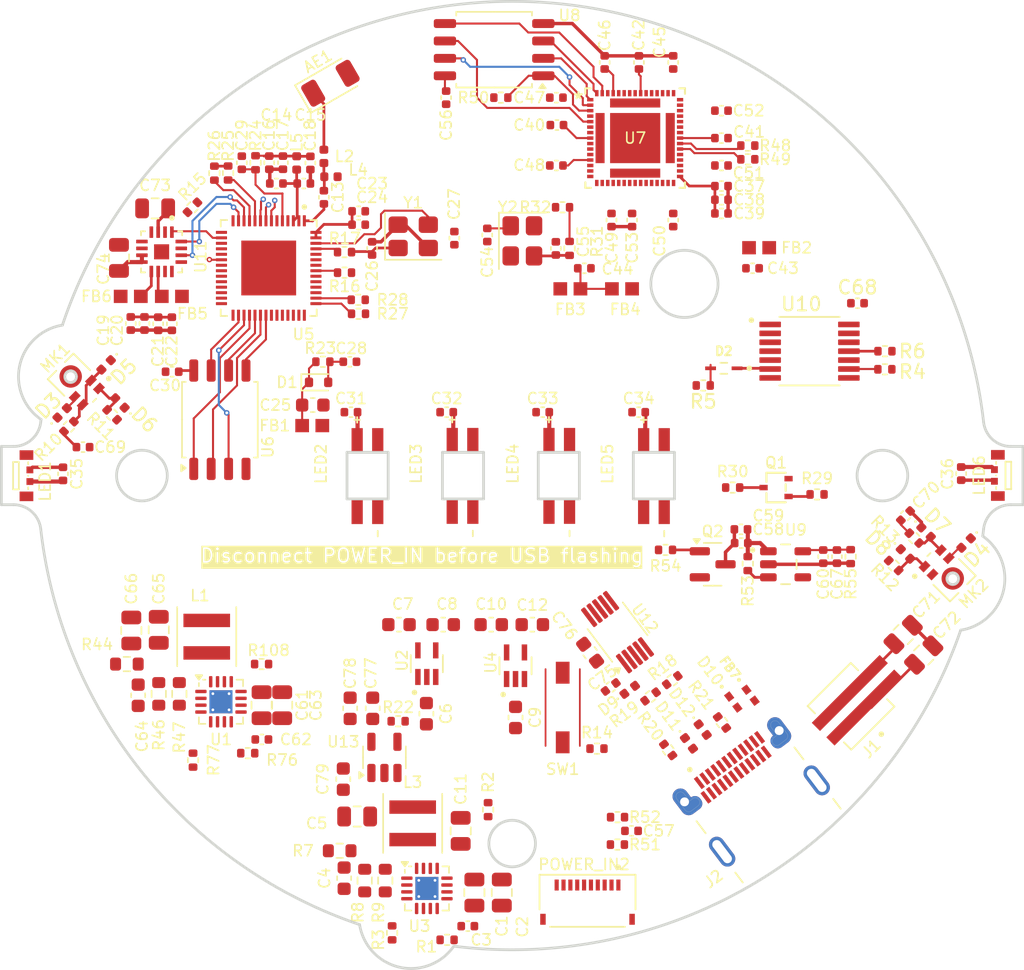
<source format=kicad_pcb>
(kicad_pcb (version 20241229) (generator "pcbnew") (generator_version "9.0")
  (title_block (title "Drop in replacement PCB for Nest mini v2") (rev "v1") (company "by iMike78 (inpired by Onju voice and HA VPE)"))
  (layers (0 "F.Cu" signal) (4 "In1.Cu" signal) (6 "In2.Cu" signal) (2 "B.Cu" signal) (13 "F.Paste" user) (15 "B.Paste" user) (5 "F.SilkS" user "F.Silkscreen") (7 "B.SilkS" user "B.Silkscreen") (1 "F.Mask" user) (3 "B.Mask" user) (25 "Edge.Cuts" user))
  (net 0 "")
  (net 1 "GND")
  (net 2 "+14V")
  (net 3 "Net-(U1-EN)")
  (net 4 "+5V")
  (net 5 "Net-(C64-Pad1)")
  (net 6 "Net-(U1-PG)")
  (net 7 "Net-(U1-FB)")
  (net 8 "+3V3")
  (net 9 "Net-(L1-Pad1)")
  (net 10 "Net-(U1-SS{slash}TR)")
  (net 12 "MUTE_ON")
  (net 13 "Net-(U1-DEF)")
  (net 14 "Net-(U3-SS{slash}TR)")
  (net 15 "Net-(C4-Pad1)")
  (net 16 "Net-(U3-FB)")
  (net 17 "Net-(L3-Pad1)")
  (net 18 "Net-(U3-DEF)")
  (net 19 "Net-(U3-EN)")
  (net 20 "Net-(U3-PG)")
  (net 22 "+1V8")
  (net 23 "+0V9")
  (net 24 "Net-(AE1-Pad1)")
  (net 25 "Net-(C13-Pad1)")
  (net 26 "Net-(U5-LNA_IN)")
  (net 27 "Net-(C14-Pad1)")
  (net 28 "ESP_3V3")
  (net 29 "Net-(C26-Pad2)")
  (net 30 "Net-(U5-XTAL_P)")
  (net 31 "ESP_RST")
  (net 32 "ESP_BOOT")
  (net 33 "I2S_LRCK")
  (net 34 "I2S_BCLK")
  (net 35 "I2S_MCLK")
  (net 36 "I2S_DIN_SEC")
  (net 37 "I2S_DIN_ESP")
  (net 38 "I2S2_MCLK")
  (net 39 "I2S2_BCLK")
  (net 41 "I2S2_LRCLK")
  (net 42 "Net-(U5-U0TXD)")
  (net 43 "ESP_TX0")
  (net 44 "Net-(U5-XTAL_N)")
  (net 46 "/ESP32-S3R8/SPI_HD")
  (net 47 "/ESP32-S3R8/SPI_WP")
  (net 49 "/ESP32-S3R8/SPI_CLK")
  (net 50 "/ESP32-S3R8/SPI_Q")
  (net 51 "/ESP32-S3R8/SPI_D")
  (net 52 "I2C_SDA")
  (net 53 "I2C_SCL")
  (net 54 "I2C2_SDA")
  (net 56 "I2C2_SCL")
  (net 57 "AUDIO_DET")
  (net 58 "I2S2_DATA")
  (net 59 "ESP_USB_P")
  (net 60 "ESP_MUTE_DET")
  (net 61 "X316_RST")
  (net 62 "ESP_RX0")
  (net 63 "/ESP32-S3R8/TOUCH_C")
  (net 64 "/ESP32-S3R8/SPI_CS0")
  (net 65 "AUDIO_PA_EN")
  (net 66 "WS2812_PWR")
  (net 68 "ESP_IO48")
  (net 69 "ECO_B")
  (net 70 "GROVE_PWR")
  (net 71 "ESP_IO41")
  (net 72 "ESP_WS2812")
  (net 73 "ECO_A")
  (net 74 "/ESP32-S3R8/TOUCH_L")
  (net 75 "ESP_USB_N")
  (net 76 "/ESP32-S3R8/TOUCH_R")
  (net 77 "ESP_IO40")
  (net 78 "ESP_IO42")
  (net 80 "Net-(LED1-DOUT)")
  (net 81 "Net-(LED2-DOUT)")
  (net 82 "Net-(LED3-DOUT)")
  (net 83 "Net-(LED4-DOUT)")
  (net 84 "Net-(LED5-DOUT)")
  (net 85 "VDD")
  (net 86 "Net-(U7-PLL_AVDD)")
  (net 87 "VBUS")
  (net 88 "/XMOS/VBUS_DETEC")
  (net 89 "Net-(U7-XOUT)")
  (net 90 "Net-(C55-Pad1)")
  (net 91 "VDDIO")
  (net 92 "Net-(U7-XIN)")
  (net 93 "RST_DAC")
  (net 94 "/XMOS/MIC_CLK")
  (net 95 "/XMOS/XL_UP1")
  (net 96 "Net-(U7-X1D19)")
  (net 97 "Net-(U7-X1D18)")
  (net 98 "/XMOS/XL_UP0")
  (net 99 "/XMOS/QSPI_D1")
  (net 101 "/XMOS/RST_N")
  (net 102 "/XMOS/QSPI_D2")
  (net 103 "/XMOS/XOD31")
  (net 104 "/XMOS/XMOS_MUTE_DET")
  (net 105 "/XMOS/TCK")
  (net 106 "/XMOS/QSPI_CLK")
  (net 107 "/XMOS/TDI")
  (net 108 "/XMOS/TMS")
  (net 109 "/XMOS/TDO")
  (net 110 "/XMOS/QSPI_CS_N")
  (net 111 "XMOS_USB_N")
  (net 112 "/XMOS/QSPI_D0")
  (net 113 "XU316_WS2812")
  (net 114 "BUT_A")
  (net 115 "/XMOS/XL_DN0")
  (net 116 "XMOS_USB_P")
  (net 117 "/XMOS/QSPI_D3")
  (net 118 "/XMOS/MIC_DATA")
  (net 119 "/XMOS/XL_DN1")
  (net 120 "VDD_MIC")
  (net 121 "MUTE")
  (net 122 "Net-(Q2-B)")
  (net 123 "Net-(Q2-C)")
  (net 125 "Net-(U10-2Y)")
  (net 126 "/XMOS/MIC_DATA_M")
  (net 127 "/XMOS/MIC_CLK_M")
  (net 128 "Net-(U10-4Y)")
  (net 130 "Net-(D5-A2)")
  (net 131 "Net-(D6-A2)")
  (net 132 "Net-(D7-A2)")
  (net 133 "Net-(D8-A2)")
  (net 134 "Net-(C71-Pad1)")
  (net 135 "Net-(C72-Pad1)")
  (net 136 "Net-(U11-OUTN)")
  (net 137 "Net-(U11-OUTP)")
  (net 139 "/Power/USB_SEL")
  (net 140 "Net-(D10-A2)")
  (net 141 "/Power/USB_D_P")
  (net 142 "/Power/USB_D_N")
  (net 149 "Net-(J2-CC2)")
  (net 154 "Net-(J2-CC1)")
  (net 155 "/Power/USB_IN_D_N")
  (net 156 "/Power/USB_IN_D_P")
  (net 157 "Net-(U13-EN)")
  (footprint "Capacitor_SMD:C_0402_1005Metric" (layer "F.Cu") (at 168.560362 88.930999 -90)
    (property "Reference" "C36")
    (property "Value" "0.1uF" (hide yes))
  )
  (footprint "Resistor_SMD:R_0603_1608Metric" (layer "F.Cu") (at 125.060362 118.625999 90)
    (property "Reference" "R8")
    (property "Value" "210k" (hide yes))
  )
  (footprint "Resistor_SMD:R_0603_1608Metric" (layer "F.Cu") (at 107.7175 102.83)
    (property "Reference" "R44")
    (property "Value" "49.9" (hide yes))
  )
  (footprint "Diode_SMD:D_0402_1005Metric" (layer "F.Cu") (at 106.203015 81 -135)
    (property "Reference" "D5")
    (property "Value" "PESD0402-050" (hide yes))
  )
  (footprint "Resistor_SMD:R_0603_1608Metric" (layer "F.Cu") (at 123.235362 116.450999)
    (property "Reference" "R7")
    (property "Value" "49.9" (hide yes))
  )
  (footprint "Resistor_SMD:R_0402_1005Metric" (layer "F.Cu") (at 147 94.5 180)
    (property "Reference" "R54")
    (property "Value" "3.3k" (hide yes))
  )
  (footprint "Capacitor_SMD:C_0402_1005Metric" (layer "F.Cu") (at 111 78 -90)
    (property "Reference" "C22")
    (property "Value" "1uF" (hide yes))
  )
  (footprint "Onju:BLM18PG121SN1D" (layer "F.Cu") (at 108 76 180)
    (property "Reference" "FB6")
    (property "Value" "600R" (hide yes))
  )
  (footprint "Capacitor_SMD:C_0402_1005Metric" (layer "F.Cu") (at 110 78 -90)
    (property "Reference" "C21")
    (property "Value" "100nF" (hide yes))
  )
  (footprint "Onju:TPD1E05U06DPYR" (layer "F.Cu") (at 151.939815 105.600682 -53)
    (property "Reference" "D10")
    (property "Value" "TPD1E10B06DPYR" (hide yes))
  )
  (footprint "Capacitor_SMD:C_0805_2012Metric" (layer "F.Cu") (at 107.14044 73.192955 90)
    (property "Reference" "C74")
    (property "Value" "47uF" (hide yes))
  )
  (footprint "Resistor_SMD:R_0402_1005Metric" (layer "F.Cu") (at 153 65)
    (property "Reference" "R48")
    (property "Value" "33R" (hide yes))
  )
  (footprint "Package_SO:SOIC-8_5.3x5.3mm_P1.27mm" (layer "F.Cu") (at 134.5 58 180)
    (property "Reference" "U8")
    (property "Value" "W25Q128JVSIQ" (hide yes))
  )
  (footprint "Capacitor_SMD:C_0402_1005Metric" (layer "F.Cu") (at 151.080362 66.450999)
    (property "Reference" "C51")
    (property "Value" "100nF" (hide yes))
  )
  (footprint "Capacitor_SMD:C_0402_1005Metric" (layer "F.Cu") (at 109 77.98 -90)
    (property "Reference" "C20")
    (property "Value" "100nF" (hide yes))
  )
  (footprint "Package_DFN_QFN:VQFN-16-1EP_3x3mm_P0.5mm_EP1.68x1.68mm_ThermalVias" (layer "F.Cu") (at 114.58 105.58)
    (property "Reference" "U1")
    (property "Value" "TPS62130" (hide yes))
  )
  (footprint "Capacitor_SMD:C_0402_1005Metric" (layer "F.Cu") (at 124.620362 69.790999 180)
    (property "Reference" "C23")
    (property "Value" "100nF" (hide yes))
  )
  (footprint "Capacitor_SMD:C_0402_1005Metric" (layer "F.Cu") (at 147.560362 58.930999 90)
    (property "Reference" "C45")
    (property "Value" "100nF" (hide yes))
  )
  (footprint "Resistor_SMD:R_0402_1005Metric" (layer "F.Cu") (at 153 66)
    (property "Reference" "R49")
    (property "Value" "33R" (hide yes))
  )
  (footprint "Capacitor_SMD:C_0402_1005Metric" (layer "F.Cu") (at 132.580362 121.950999 180)
    (property "Reference" "C3")
    (property "Value" "10nF" (hide yes))
  )
  (footprint "Onju:SK6812MINI-E" (layer "F.Cu") (at 125.262358 89.113546 90)
    (property "Reference" "LED2")
    (property "Value" "SK6812MINI-E" (hide yes))
    (fp_line (start 1.7 -1.5) (end 1.7 1.5) (stroke (width 0.01)) (layer "Edge.Cuts"))
    (fp_line (start -1.7 -1.5) (end 1.7 -1.5) (stroke (width 0.01)) (layer "Edge.Cuts"))
    (fp_line (start 1.7 1.5) (end -1.7 1.5) (stroke (width 0.01)) (layer "Edge.Cuts"))
    (fp_line (start -1.7 1.5) (end -1.7 -1.5) (stroke (width 0.01)) (layer "Edge.Cuts"))
  )
  (footprint "Resistor_SMD:R_0402_1005Metric" (layer "F.Cu") (at 160.5 94.99 90)
    (property "Reference" "R55")
    (property "Value" "47k" (hide yes))
  )
  (footprint "Crystal:Crystal_SMD_3225-4Pin_3.2x2.5mm" (layer "F.Cu") (at 128.600362 71.620999)
    (property "Reference" "Y1")
    (property "Value" "40MHz" (hide yes))
  )
  (footprint "Diode_SMD:D_0402_1005Metric" (layer "F.Cu") (at 166 93.203015 -45)
    (property "Reference" "D7")
    (property "Value" "PESD0402-050" (hide yes))
  )
  (footprint "Diode_SMD:D_0402_1005Metric" (layer "F.Cu") (at 164.5 94.796985 -45)
    (property "Reference" "D8")
    (property "Value" "PESD0402-050" (hide yes))
  )
  (footprint "Capacitor_SMD:C_0402_1005Metric" (layer "F.Cu") (at 134 71.52 -90)
    (property "Reference" "C54")
    (property "Value" "20pF" (hide yes))
  )
  (footprint "Capacitor_SMD:C_0402_1005Metric" (layer "F.Cu") (at 144.52 115)
    (property "Reference" "C57")
    (property "Value" "100nF" (hide yes))
  )
  (footprint "Resistor_SMD:R_0402_1005Metric" (layer "F.Cu") (at 112.5425 109.84 90)
    (property "Reference" "R77")
    (property "Value" "100k" (hide yes))
  )
  (footprint "Resistor_SMD:R_0402_1005Metric" (layer "F.Cu") (at 134.060362 113.450999 -90)
    (property "Reference" "R2")
    (property "Value" "100k" (hide yes))
  )
  (footprint "Package_DFN_QFN:VQFN-16-1EP_3x3mm_P0.5mm_EP1.68x1.68mm_ThermalVias" (layer "F.Cu") (at 129.597862 119.200999)
    (property "Reference" "U3")
    (property "Value" "TPS62130" (hide yes))
  )
  (footprint "Onju:BLM18PG121SN1D" (layer "F.Cu") (at 140.060362 75.450999)
    (property "Reference" "FB3")
    (property "Value" "600R" (hide yes))
  )
  (footprint "Onju:CHS-01TA" (layer "F.Cu") (at 139.5 106)
    (property "Reference" "SW1")
    (property "Value" "CHS-01TA" (hide yes))
  )
  (footprint "Resistor_SMD:R_0402_1005Metric" (layer "F.Cu") (at 114.100362 67.01 -90)
    (property "Reference" "R26")
    (property "Value" "4.7k" (hide yes))
  )
  (footprint "Capacitor_SMD:C_0805_2012Metric" (layer "F.Cu") (at 124.510362 113.950999 180)
    (property "Reference" "C5")
    (property "Value" "22uF" (hide yes))
  )
  (footprint "Capacitor_SMD:C_0402_1005Metric" (layer "F.Cu") (at 139.080362 63.5 180)
    (property "Reference" "C40")
    (property "Value" "100nF" (hide yes))
  )
  (footprint "Capacitor_SMD:C_0402_1005Metric" (layer "F.Cu") (at 145.060362 58.930999 90)
    (property "Reference" "C42")
    (property "Value" "100nF" (hide yes))
  )
  (footprint "Capacitor_SMD:C_0805_2012Metric" (layer "F.Cu") (at 108.0425 100.38 -90)
    (property "Reference" "C66")
    (property "Value" "100nF" (hide yes))
  )
  (footprint "Capacitor_SMD:C_0603_1608Metric" (layer "F.Cu") (at 136.060362 106.725999 -90)
    (property "Reference" "C9")
    (property "Value" "2.2uF" (hide yes))
  )
  (footprint "Capacitor_SMD:C_0603_1608Metric" (layer "F.Cu") (at 121.275 83.930999)
    (property "Reference" "C25")
    (property "Value" "100nF" (hide yes))
  )
  (footprint "Capacitor_SMD:C_0402_1005Metric" (layer "F.Cu") (at 151.080362 68.950999)
    (property "Reference" "C38")
    (property "Value" "100nF" (hide yes))
  )
  (footprint "Resistor_SMD:R_0402_1005Metric" (layer "F.Cu") (at 123.590362 72.770999 180)
    (property "Reference" "R17")
    (property "Value" "0R" (hide yes))
  )
  (footprint "Capacitor_SMD:C_0805_2012Metric" (layer "F.Cu") (at 132.060362 115.000999 -90)
    (property "Reference" "C11")
    (property "Value" "100nF" (hide yes))
  )
  (footprint "Onju:SOT65P210X110-5N" (layer "F.Cu") (at 129.590362 102.800999 90)
    (property "Reference" "U2")
    (property "Value" "MIC5365-1.8YC5-TR" (hide yes))
  )
  (footprint "Onju:DIOM168X70N" (layer "F.Cu") (at 151.25 81.25 180)
    (property "Reference" "D2")
    (property "Value" "RB521S30T1G" (hide yes))
  )
  (footprint "Inductor_SMD:L_0402_1005Metric" (layer "F.Cu") (at 122.600362 67.270999 180)
    (property "Reference" "L4")
    (property "Value" "2.7nH" (hide yes))
  )
  (footprint "Onju:TLV73333PDBVR" (layer "F.Cu") (at 155.755 95.55)
    (property "Reference" "U9")
    (property "Value" "TLV73333PDBVR" (hide yes))
  )
  (footprint "Capacitor_SMD:C_0402_1005Metric" (layer "F.Cu") (at 142.560362 58.930999 90)
    (property "Reference" "C46")
    (property "Value" "100nF" (hide yes))
  )
  (footprint "Resistor_SMD:R_0402_1005Metric" (layer "F.Cu") (at 143.49 116 180)
    (property "Reference" "R51")
    (property "Value" "100R" (hide yes))
  )
  (footprint "Capacitor_SMD:C_0603_1608Metric" (layer "F.Cu") (at 123.5 111.225 -90)
    (property "Reference" "C79")
    (property "Value" "100nF" (hide yes))
  )
  (footprint "Resistor_SMD:R_0402_1005Metric" (layer "F.Cu") (at 142 109)
    (property "Reference" "R14")
    (property "Value" "10k" (hide yes))
  )
  (footprint "Resistor_SMD:R_0402_1005Metric" (layer "F.Cu") (at 147.49 104 37)
    (property "Reference" "R18")
    (property "Value" "22R" (hide yes))
  )
  (footprint "Resistor_SMD:R_0402_1005Metric" (layer "F.Cu") (at 147.193074 109.092696 127)
    (property "Reference" "R20")
    (property "Value" "5.1k" (hide yes))
  )
  (footprint "Capacitor_SMD:C_0402_1005Metric" (layer "F.Cu") (at 158.5 94.99 -90)
    (property "Reference" "C60")
    (property "Value" "1uF" (hide yes))
  )
  (footprint "Capacitor_SMD:C_0805_2012Metric" (layer "F.Cu") (at 109.778865 69.581149)
    (property "Reference" "C73")
    (property "Value" "100nF" (hide yes))
  )
  (footprint "Onju:SK6812MINI-E" (layer "F.Cu") (at 132.195818 89.1 90)
    (property "Reference" "LED3")
    (property "Value" "SK6812MINI-E" (hide yes))
    (fp_line (start 1.7 -1.5) (end 1.7 1.5) (stroke (width 0.01)) (layer "Edge.Cuts"))
    (fp_line (start -1.7 -1.5) (end 1.7 -1.5) (stroke (width 0.01)) (layer "Edge.Cuts"))
    (fp_line (start 1.7 1.5) (end -1.7 1.5) (stroke (width 0.01)) (layer "Edge.Cuts"))
    (fp_line (start -1.7 1.5) (end -1.7 -1.5) (stroke (width 0.01)) (layer "Edge.Cuts"))
  )
  (footprint "Capacitor_SMD:C_0402_1005Metric" (layer "F.Cu") (at 152.5 93 180)
    (property "Reference" "C59")
    (property "Value" "2.2uF" (hide yes))
  )
  (footprint "Package_TO_SOT_SMD:SOT-23" (layer "F.Cu") (at 150.4375 95.55)
    (property "Reference" "Q2")
    (property "Value" "BC847B" (hide yes))
  )
  (footprint "Resistor_SMD:R_0402_1005Metric" (layer "F.Cu") (at 149.75 82.5 180)
    (property "Reference" "R5")
    (property "Value" "10k" (hide yes))
  )
  (footprint "Capacitor_SMD:C_0402_1005Metric" (layer "F.Cu") (at 121.100362 66.265 -90)
    (property "Reference" "C18")
    (property "Value" "10uF" (hide yes))
  )
  (footprint "Diode_SMD:D_0402_1005Metric" (layer "F.Cu") (at 149.70812 107.612662 -53)
    (property "Reference" "D12")
    (property "Value" "PESD0402-050" (hide yes))
  )
  (footprint "Resistor_SMD:R_0402_1005Metric" (layer "F.Cu") (at 131.070362 122.950999 180)
    (property "Reference" "R1")
    (property "Value" "100k" (hide yes))
  )
  (footprint "Capacitor_SMD:C_0402_1005Metric" (layer "F.Cu") (at 116.100362 66.25 90)
    (property "Reference" "C29")
    (property "Value" "12pF" (hide yes))
  )
  (footprint "Capacitor_SMD:C_0402_1005Metric" (layer "F.Cu") (at 131 61.5 -90)
    (property "Reference" "C56")
    (property "Value" "100nF" (hide yes))
  )
  (footprint "Onju:BLM18PG121SN1D" (layer "F.Cu") (at 143.825362 75.450999 180)
    (property "Reference" "FB4")
    (property "Value" "600R" (hide yes))
  )
  (footprint "Inductor_SMD:L_0402_1005Metric" (layer "F.Cu") (at 122.085362 65.785999 -90)
    (property "Reference" "L2")
    (property "Value" "3.3nH" (hide yes))
  )
  (footprint "Onju:TPD1E05U06DPYR" (layer "F.Cu") (at 153.199092 105.100682 -53)
    (property "Reference" "FB7")
    (property "Value" "0R" (hide yes))
  )
  (footprint "Capacitor_SMD:C_0805_2012Metric" (layer "F.Cu") (at 117.5425 105.83 -90)
    (property "Reference" "C61")
    (property "Value" "22uF" (hide yes))
  )
  (footprint "Resistor_SMD:R_0402_1005Metric" (layer "F.Cu") (at 145.907304 105.193074 -143)
    (property "Reference" "R19")
    (property "Value" "22R" (hide yes))
  )
  (footprint "Capacitor_SMD:C_0402_1005Metric" (layer "F.Cu") (at 131.600362 71.750999 90)
    (property "Reference" "C27")
    (property "Value" "12pF" (hide yes))
  )
  (footprint "Diode_SMD:D_0402_1005Metric" (layer "F.Cu") (at 144.387338 104.70812 37)
    (property "Reference" "D9")
    (property "Value" "PESD0402-050" (hide yes))
  )
  (footprint "Capacitor_SMD:C_0402_1005Metric" (layer "F.Cu") (at 153.345362 73.950999)
    (property "Reference" "C43")
    (property "Value" "100nF" (hide yes))
  )
  (footprint "Resistor_SMD:R_0402_1005Metric" (layer "F.Cu") (at 158.050362 90.450999)
    (property "Reference" "R29")
    (property "Value" "47k" (hide yes))
  )
  (footprint "Onju:XU316-1024-QF60B-C24" (layer "F.Cu") (at 144.785413 64.450999)
    (property "Reference" "U7")
    (property "Value" "XU316-1024-QF60B-C24" (hide yes))
  )
  (footprint "Crystal:Crystal_SMD_3225-4Pin_3.2x2.5mm" (layer "F.Cu") (at 136.560362 71.950999 -90)
    (property "Reference" "Y2")
    (property "Value" "24MHz" (hide yes))
  )
  (footprint "Capacitor_SMD:C_0402_1005Metric" (layer "F.Cu") (at 151.080362 67.950999)
    (property "Reference" "C37")
    (property "Value" "100nF" (hide yes))
  )
  (footprint "Capacitor_SMD:C_0402_1005Metric" (layer "F.Cu") (at 139 72.5 90)
    (property "Reference" "C55")
    (property "Value" "20pF" (hide yes))
  )
  (footprint "Capacitor_SMD:C_0402_1005Metric" (layer "F.Cu") (at 145.040362 84.450999 180)
    (property "Reference" "C34")
    (property "Value" "0.1uF" (hide yes))
  )
  (footprint "Onju:SK6812MINI-E" (layer "F.Cu") (at 139.25 89.1 90)
    (property "Reference" "LED4")
    (property "Value" "SK6812MINI-E" (hide yes))
    (fp_line (start 1.7 -1.5) (end 1.7 1.5) (stroke (width 0.01)) (layer "Edge.Cuts"))
    (fp_line (start -1.7 -1.5) (end 1.7 -1.5) (stroke (width 0.01)) (layer "Edge.Cuts"))
    (fp_line (start 1.7 1.5) (end -1.7 1.5) (stroke (width 0.01)) (layer "Edge.Cuts"))
    (fp_line (start -1.7 1.5) (end -1.7 -1.5) (stroke (width 0.01)) (layer "Edge.Cuts"))
  )
  (footprint "Resistor_SMD:R_0402_1005Metric" (layer "F.Cu") (at 127.060362 122.440999 90)
    (property "Reference" "R3")
    (property "Value" "100k" (hide yes))
  )
  (footprint "Capacitor_SMD:C_0402_1005Metric" (layer "F.Cu") (at 122.085362 68.770999 -90)
    (property "Reference" "C13")
    (property "Value" "1.2pF" (hide yes))
  )
  (footprint "Capacitor_SMD:C_0402_1005Metric" (layer "F.Cu") (at 111.02 81.5 180)
    (property "Reference" "C30")
    (property "Value" "100nF" (hide yes))
  )
  (footprint "Package_SO:SOIC-8_5.3x5.3mm_P1.27mm" (layer "F.Cu") (at 114.5 85 90)
    (property "Reference" "U6")
    (property "Value" "W25Q128JVSIQ" (hide yes))
  )
  (footprint "Onju:LED-SMD_4P_SK6812D-EC3210R" (layer "F.Cu") (at 171.109987 89.066792 90)
    (property "Reference" "LED6")
    (property "Value" "SK6812D-EC3210R" (hide yes))
  )
  (footprint "Resistor_SMD:R_0402_1005Metric" (layer "F.Cu") (at 103.49 85.5 45)
    (property "Reference" "R10")
    (property "Value" "100R" (hide yes))
  )
  (footprint "Capacitor_SMD:C_0603_1608Metric" (layer "F.Cu") (at 129.560362 106.450999 -90)
    (property "Reference" "C6")
    (property "Value" "2.2uF" (hide yes))
  )
  (footprint "Resistor_SMD:R_0402_1005Metric" (layer "F.Cu") (at 163.639376 95.639376 -45)
    (property "Reference" "R12")
    (property "Value" "100R" (hide yes))
  )
  (footprint "Resistor_SMD:R_0402_1005Metric" (layer "F.Cu") (at 122.01 80.770999)
    (property "Reference" "R23")
    (property "Value" "10k" (hide yes))
  )
  (footprint "Capacitor_SMD:C_0603_1608Metric" (layer "F.Cu") (at 130.785362 99.950999)
    (property "Reference" "C8")
    (property "Value" "100nF" (hide yes))
  )
  (footprint "Capacitor_SMD:C_0805_2012Metric" (layer "F.Cu") (at 119.0425 105.83 -90)
    (property "Reference" "C63")
    (property "Value" "10uF" (hide yes))
  )
  (footprint "Capacitor_SMD:C_0402_1005Metric" (layer "F.Cu") (at 144.560362 70.430999 -90)
    (property "Reference" "C53")
    (property "Value" "1uF" (hide yes))
  )
  (footprint "Capacitor_SMD:C_0603_1608Metric" (layer "F.Cu") (at 124 106.0575 90)
    (property "Reference" "C78")
    (property "Value" "4.7uF" (hide yes))
  )
  (footprint "Onju:QFN40P700X700X90-57N" (layer "F.Cu") (at 118.060362 73.930999 -90)
    (property "Reference" "U5")
    (property "Value" "ESP32-S3R8" (hide yes))
  )
  (footprint "Resistor_SMD:R_0402_1005Metric" (layer "F.Cu") (at 117.100362 66.25 -90)
    (property "Reference" "R24")
    (property "Value" "10k" (hide yes))
  )
  (footprint "Resistor_SMD:R_0402_1005Metric" (layer "F.Cu") (at 143.5 114 180)
    (property "Reference" "R52")
    (property "Value" "1k" (hide yes))
  )
  (footprint "Inductor_SMD:L_Coilcraft_XxL4020" (layer "F.Cu") (at 128.560362 114.450999 90)
    (property "Reference" "L3")
    (property "Value" "2.2uH" (hide yes))
  )
  (footprint "Capacitor_SMD:C_0402_1005Metric" (layer "F.Cu") (at 124.060362 84.450999 180)
    (property "Reference" "C31")
    (property "Value" "0.1uF" (hide yes))
  )
  (footprint "Capacitor_SMD:C_0805_2012Metric" (layer "F.Cu") (at 133.060362 119.500999 -90)
    (property "Reference" "C1")
    (property "Value" "22uF" (hide yes))
  )
  (footprint "Capacitor_SMD:C_0603_1608Metric" (layer "F.Cu") (at 141.5 102 127)
    (property "Reference" "C76")
    (property "Value" "100nF" (hide yes))
  )
  (footprint "Capacitor_SMD:C_0603_1608Metric" (layer "F.Cu") (at 127.560362 99.950999 180)
    (property "Reference" "C7")
    (property "Value" "4.7uF" (hide yes))
  )
  (footprint "Capacitor_SMD:C_0402_1005Metric" (layer "F.Cu") (at 143 104.5 -143)
    (property "Reference" "C75")
    (property "Value" "100nF" (hide yes))
  )
  (footprint "Resistor_SMD:R_0402_1005Metric" (layer "F.Cu") (at 116.5325 109.33 180)
    (property "Reference" "R76")
    (property "Value" "100k" (hide yes))
  )
  (footprint "Resistor_SMD:R_0402_1005Metric" (layer "F.Cu") (at 139.49 69.5)
    (property "Reference" "R32")
    (property "Value" "1M" (hide yes))
  )
  (footprint "Capacitor_SMD:C_0402_1005Metric" (layer "F.Cu") (at 103.060362 88.950999 90)
    (property "Reference" "C35")
    (property "Value" "0.1uF" (hide yes))
  )
  (footprint "Resistor_SMD:R_0402_1005Metric" (layer "F.Cu") (at 115.100362 67 -90)
    (property "Reference" "R25")
    (property "Value" "4.7k" (hide yes))
  )
  (footprint "Capacitor_SMD:C_0402_1005Metric" (layer "F.Cu") (at 119.100362 66.245 -90)
    (property "Reference" "C17")
    (property "Value" "1uF" (hide yes))
  )
  (footprint "Inductor_SMD:L_Coilcraft_XxL4020" (layer "F.Cu") (at 113.5425 100.83 90)
    (property "Reference" "L1")
    (property "Value" "2.2uH" (hide yes))
  )
  (footprint "Capacitor_SMD:C_0402_1005Metric" (layer "F.Cu") (at 141.080362 73.950999)
    (property "Reference" "C44")
    (property "Value" "1uF" (hide yes))
  )
  (footprint "Capacitor_SMD:C_0402_1005Metric" (layer "F.Cu") (at 151.080362 69.950999)
    (property "Reference" "C39")
    (property "Value" "100nF" (hide yes))
  )
  (footprint "Capacitor_SMD:C_0805_2012Metric" (layer "F.Cu") (at 164.328249 100.671751 45)
    (property "Reference" "C71")
    (property "Value" "10nF" (hide yes))
  )
  (footprint "Diode_SMD:D_0402_1005Metric" (layer "F.Cu") (at 103 84.5 45)
    (property "Reference" "D3")
    (property "Value" "PESD0402-050" (hide yes))
  )
  (footprint "Onju:HRS_FH34SRJ-10S-0.5SH_50_" (layer "F.Cu") (at 141.310362 120.100999)
    (property "Reference" "POWER_IN2")
    (property "Value" "FH34SRJ-10S-0.5SH_50_" (hide yes))
  )
  (footprint "Resistor_SMD:R_0402_1005Metric" (layer "F.Cu") (at 163 80 180)
    (property "Reference" "R6")
    (property "Value" "100R" (hide yes))
  )
  (footprint "Capacitor_SMD:C_0402_1005Metric" (layer "F.Cu") (at 152.52 94 180)
    (property "Reference" "C58")
    (property "Value" "100nF" (hide yes))
  )
  (footprint "Capacitor_SMD:C_0402_1005Metric" (layer "F.Cu") (at 139.040362 61.5 180)
    (property "Reference" "C47")
    (property "Value" "100nF" (hide yes))
  )
  (footprint "Resistor_SMD:R_0603_1608Metric" (layer "F.Cu") (at 126.560362 118.625999 90)
    (property "Reference" "R9")
    (property "Value" "40k" (hide yes))
  )
  (footprint "Capacitor_SMD:C_0402_1005Metric" (layer "F.Cu") (at 159.5 94.99 -90)
    (property "Reference" "C67")
    (property "Value" "100nF" (hide yes))
  )
  (footprint "Onju:max98357aete" (layer "F.Cu") (at 110.25 72.75 -90)
    (property "Reference" "U11")
    (property "Value" "MAX98357AETE_T" (hide yes))
  )
  (footprint "Package_SO:MSOP-10_3x3mm_P0.5mm" (layer "F.Cu") (at 143.5 100.5 127)
    (property "Reference" "U12")
    (property "Value" "FSUSB42MUX" (hide yes))
  )
  (footprint "Capacitor_SMD:C_0402_1005Metric" (layer "F.Cu") (at 120.620362 67.765)
    (property "Reference" "C15")
    (property "Value" "100nF" (hide yes))
  )
  (footprint "Onju:SOT65P210X110-5N" (layer "F.Cu") (at 136.060362 102.950999 90)
    (property "Reference" "U4")
    (property "Value" "MIC5365-0.9YC5-TR" (hide yes))
  )
  (footprint "Resistor_SMD:R_0402_1005Metric" (layer "F.Cu") (at 123.590362 74.270999 180)
    (property "Reference" "R16")
    (property "Value" "499R" (hide yes))
  )
  (footprint "Resistor_SMD:R_0402_1005Metric" (layer "F.Cu") (at 106.639376 84.639376 135)
    (property "Reference" "R11")
    (property "Value" "100R" (hide yes))
  )
  (footprint "Inductor_SMD:L_0402_1005Metric" (layer "F.Cu") (at 120.100362 66.265 90)
    (property "Reference" "L5")
    (property "Value" "2.2nH" (hide yes))
  )
  (footprint "Capacitor_SMD:C_0402_1005Metric" (layer "F.Cu") (at 125.600362 72.5 -90)
    (property "Reference" "C26")
    (property "Value" "12pF" (hide yes))
  )
  (footprint "Resistor_SMD:R_0603_1608Metric" (layer "F.Cu") (at 111.5425 105.005 90)
    (property "Reference" "R47")
    (property "Value" "22.1k" (hide yes))
  )
  (footprint "Onju:SK6812MINI-E" (layer "F.Cu") (at 146.155181 89.113546 90)
    (property "Reference" "LED5")
    (property "Value" "SK6812MINI-E" (hide yes))
    (fp_line (start 1.7 -1.5) (end 1.7 1.5) (stroke (width 0.01)) (layer "Edge.Cuts"))
    (fp_line (start -1.7 -1.5) (end 1.7 -1.5) (stroke (width 0.01)) (layer "Edge.Cuts"))
    (fp_line (start 1.7 1.5) (end -1.7 1.5) (stroke (width 0.01)) (layer "Edge.Cuts"))
    (fp_line (start -1.7 1.5) (end -1.7 -1.5) (stroke (width 0.01)) (layer "Edge.Cuts"))
  )
  (footprint "Resistor_SMD:R_0402_1005Metric" (layer "F.Cu") (at 112.5 69.5 45)
    (property "Reference" "R15")
    (property "Value" "0R" (hide yes))
  )
  (footprint "Capacitor_SMD:C_0805_2012Metric" (layer "F.Cu") (at 135.060362 119.500999 -90)
    (property "Reference" "C2")
    (property "Value" "10uF" (hide yes))
  )
  (footprint "Onju:BLM18PG121SN1D" (layer "F.Cu") (at 121.235 85.430999 180)
    (property "Reference" "FB1")
    (property "Value" "120R" (hide yes))
  )
  (footprint "Capacitor_SMD:C_0402_1005Metric" (layer "F.Cu") (at 164.5 92 45)
    (property "Reference" "C70")
    (property "Value" "100nF" (hide yes))
  )
  (footprint "Capacitor_SMD:C_0402_1005Metric" (layer "F.Cu") (at 151.080362 62.450999)
    (property "Reference" "C52")
    (property "Value" "100nF" (hide yes))
  )
  (footprint "Diode_SMD:D_0402_1005Metric" (layer "F.Cu") (at 107.209841 83.77768 135)
    (property "Reference" "D6")
    (property "Value" "PESD0402-050" (hide yes))
  )
  (footprint "Capacitor_SMD:C_0603_1608Metric" (layer "F.Cu") (at 123.560362 118.450999 90)
    (property "Reference" "C4")
    (property "Value" "220pF" (hide yes))
  )
  (footprint "Resistor_SMD:R_0603_1608Metric" (layer "F.Cu") (at 110.0425 105.005 -90)
    (property "Reference" "R46")
    (property "Value" "100k" (hide yes))
  )
  (footprint "Capacitor_SMD:C_0402_1005Metric" (layer "F.Cu") (at 143.060362 70.430999 -90)
    (property "Reference" "C49")
    (property "Value" "100nF" (hide yes))
  )
  (footprint "Onju:1775443-2" (layer "F.Cu") (at 160.527728 105.911612 135)
    (property "Reference" "J1")
    (property "Value" "1775443-2" (hide yes))
  )
  (footprint "Capacitor_SMD:C_0603_1608Metric" (layer "F.Cu") (at 134.285362 99.950999 180)
    (property "Reference" "C10")
    (property "Value" "4.7uF" (hide yes))
  )
  (footprint "Diode_SMD:D_SOD-523" (layer "F.Cu") (at 121.7 82.270999)
    (property "Reference" "D1")
    (property "Value" "LRB520S-30T1G" (hide yes))
  )
  (footprint "Package_TO_SOT_SMD:SOT-23-5" (layer "F.Cu") (at 126.5 109.6375 90)
    (property "Reference" "U13")
    (property "Value" "AP22802AW5-7" (hide yes))
  )
  (footprint "Resistor_SMD:R_0402_1005Metric" (layer "F.Cu") (at 162.994701 81.322216 180)
    (property "Reference" "R4")
    (property "Value" "47k" (hide yes))
  )
  (footprint "Capacitor_SMD:C_0603_1608Metric" (layer "F.Cu") (at 108.5425 105.105 -90)
    (property "Reference" "C64")
    (property "Value" "220pF" (hide yes))
  )
  (footprint "Capacitor_SMD:C_0402_1005Metric" (layer "F.Cu") (at 139.040362 66.450999 180)
    (property "Reference" "C48")
    (property "Value" "100nF" (hide yes))
  )
  (footprint "Capacitor_SMD:C_0402_1005Metric" (layer "F.Cu") (at 138.040362 84.450999 180)
    (property "Reference" "C33")
    (property "Value" "0.1uF" (hide yes))
  )
  (footprint "Onju:LED-SMD_4P_SK6812D-EC3210R" (layer "F.Cu") (at 100.52019 89.086878 -90)
    (property "Reference" "LED1")
    (property "Value" "SK6812D-EC3210R" (hide yes))
  )
  (footprint "Capacitor_SMD:C_0402_1005Metric" (layer "F.Cu") (at 118.100362 66.245 -90)
    (property "Reference" "C16")
    (property "Value" "100nF" (hide yes))
  )
  (footprint "Capacitor_SMD:C_0402_1005Metric" (layer "F.Cu") (at 104.52 87)
    (property "Reference" "C69")
    (property "Value" "100nF" (hide yes))
  )
  (footprint "Resistor_SMD:R_0402_1005Metric" (layer "F.Cu") (at 140 72.5 -90)
    (property "Reference" "R31")
    (property "Value" "680R" (hide yes))
  )
  (footprint "Capacitor_SMD:C_0603_1608Metric" (layer "F.Cu") (at 137.285362 99.950999)
    (property "Reference" "C12")
    (property "Value" "100nF" (hide yes))
  )
  (footprint "Onju:BLM18PG121SN1D" (layer "F.Cu") (at 111 76)
    (property "Reference" "FB5")
    (property "Value" "600R" (hide yes))
  )
  (footprint "Capacitor_SMD:C_0603_1608Metric" (layer "F.Cu") (at 125.645 106.0575 90)
    (property "Reference" "C77")
    (property "Value" "100nF" (hide yes))
  )
  (footprint "Onju:BLM18PG121SN1D" (layer "F.Cu") (at 153.825362 72.450999)
    (property "Reference" "FB2")
    (property "Value" "120R" (hide yes))
  )
  (footprint "RF_Antenna:Johanson_2450AT18x100" (layer "F.Cu") (at 122.560362 60.450999 30)
    (property "Reference" "AE1")
    (property "Value" "2450AT18A100E" (hide yes))
  )
  (footprint "Capacitor_SMD:C_0402_1005Metric" (layer "F.Cu") (at 124.620362 70.770999 180)
    (property "Reference" "C24")
    (property "Value" "1uF" (hide yes))
  )
  (footprint "Capacitor_SMD:C_0805_2012Metric" (layer "F.Cu") (at 165.828249 102.171751 45)
    (property "Reference" "C72")
    (property "Value" "10nF" (hide yes))
  )
  (footprint "Diode_SMD:D_0402_1005Metric" (layer "F.Cu") (at 168.92 94 -135)
    (property "Reference" "D4")
    (property "Value" "PESD0402-050" (hide yes))
  )
  (footprint "Capacitor_SMD:C_0402_1005Metric" (layer "F.Cu") (at 151.080362 64.450999)
    (property "Reference" "C41")
    (property "Value" "100nF" (hide yes))
  )
  (footprint "Onju:usb_c" (layer "F.Cu") (at 153.823386 112.918231 37)
    (property "Reference" "J2")
    (property "Value" "usb_c" (hide yes))
    (fp_line (start -3.994999 -3.799999) (end -3.995 -3.125) (stroke (width 0.01)) (layer "Edge.Cuts"))
    (fp_line (start -4.645 -2.8) (end -4.644999 -3.800001) (stroke (width 0.01)) (layer "Edge.Cuts"))
    (fp_line (start -3.995 -3.125) (end -3.720001 -3.125001) (stroke (width 0.01)) (layer "Edge.Cuts"))
    (fp_line (start -3.72 -2.475) (end -4.32 -2.475001) (stroke (width 0.01)) (layer "Edge.Cuts"))
    (fp_line (start 3.995 -3.799999) (end 3.995 -3.125) (stroke (width 0.01)) (layer "Edge.Cuts"))
    (fp_line (start 3.995 -3.125) (end 3.720001 -3.125) (stroke (width 0.01)) (layer "Edge.Cuts"))
    (fp_line (start 3.72 -2.474999) (end 4.320001 -2.475) (stroke (width 0.01)) (layer "Edge.Cuts"))
    (fp_line (start 4.645001 -2.800001) (end 4.645 -3.8) (stroke (width 0.01)) (layer "Edge.Cuts"))
    (fp_arc (start -4.644999 -3.800001) (mid -4.549809 -4.029809) (end -4.319999 -4.125) (stroke (width 0.01)) (layer "Edge.Cuts"))
    (fp_arc (start -4.319999 -4.125) (mid -4.09019 -4.029809) (end -3.994999 -3.799999) (stroke (width 0.01)) (layer "Edge.Cuts"))
    (fp_arc (start -4.32 -2.475001) (mid -4.549811 -2.570189) (end -4.645 -2.8) (stroke (width 0.01)) (layer "Edge.Cuts"))
    (fp_arc (start -3.720001 -3.125001) (mid -3.49019 -3.02981) (end -3.395001 -2.8) (stroke (width 0.01)) (layer "Edge.Cuts"))
    (fp_arc (start -3.395001 -2.8) (mid -3.49019 -2.570189) (end -3.72 -2.475) (stroke (width 0.01)) (layer "Edge.Cuts"))
    (fp_arc (start 3.995 -3.799999) (mid 4.09019 -4.02981) (end 4.32 -4.124999) (stroke (width 0.01)) (layer "Edge.Cuts"))
    (fp_arc (start 4.32 -4.124999) (mid 4.54981 -4.029809) (end 4.645 -3.8) (stroke (width 0.01)) (layer "Edge.Cuts"))
    (fp_arc (start 3.395001 -2.8) (mid 3.49019 -3.029809) (end 3.720001 -3.125) (stroke (width 0.01)) (layer "Edge.Cuts"))
    (fp_arc (start 3.72 -2.474999) (mid 3.49019 -2.570191) (end 3.395001 -2.8) (stroke (width 0.01)) (layer "Edge.Cuts"))
    (fp_arc (start 4.645001 -2.800001) (mid 4.549811 -2.570189) (end 4.320001 -2.475) (stroke (width 0.01)) (layer "Edge.Cuts"))
  )
  (footprint "Onju:SOP65P640X120-14N" (layer "F.Cu") (at 157.5 80)
    (property "Reference" "U10")
    (property "Value" "SN74LVC125APWR" (hide yes))
  )
  (footprint "Onju:MIC_T3902" (layer "F.Cu") (at 104.122706 82.346915 -135)
    (property "Reference" "MK1")
    (property "Value" "T3902" (hide yes))
  )
  (footprint "Resistor_SMD:R_0402_1005Metric" (layer "F.Cu") (at 124.610362 77.270999 180)
    (property "Reference" "R27")
    (property "Value" "4.7k" (hide yes))
  )
  (footprint "Resistor_SMD:R_0402_1005Metric" (layer "F.Cu") (at 127.5 107 180)
    (property "Reference" "R22")
    (property "Value" "100k" (hide yes))
  )
  (footprint "Capacitor_SMD:C_0402_1005Metric" (layer "F.Cu") (at 118.620362 67.765 180)
    (property "Reference" "C14")
    (property "Value" "2.4pF" (hide yes))
  )
  (footprint "Resistor_SMD:R_0402_1005Metric" (layer "F.Cu") (at 117.5425 102.83 180)
    (property "Reference" "R108")
    (property "Value" "100k" (hide yes))
  )
  (footprint "Resistor_SMD:R_0402_1005Metric" (layer "F.Cu") (at 151.895362 89.950999)
    (property "Reference" "R30")
    (property "Value" "100k" (hide yes))
  )
  (footprint "Capacitor_SMD:C_0805_2012Metric" (layer "F.Cu") (at 110.0425 100.33 -90)
    (property "Reference" "C65")
    (property "Value" "22uF" (hide yes))
  )
  (footprint "Capacitor_SMD:C_0402_1005Metric" (layer "F.Cu") (at 161 76.5)
    (property "Reference" "C68")
    (property "Value" "100nF" (hide yes))
  )
  (footprint "Capacitor_SMD:C_0402_1005Metric" (layer "F.Cu") (at 131.040362 84.450999 180)
    (property "Reference" "C32")
    (property "Value" "0.1uF" (hide yes))
  )
  (footprint "Capacitor_SMD:C_0402_1005Metric" (layer "F.Cu") (at 108 77.98 -90)
    (property "Reference" "C19")
    (property "Value" "100nF" (hide yes))
  )
  (footprint "Resistor_SMD:R_0402_1005Metric" (layer "F.Cu") (at 153 95.5 90)
    (property "Reference" "R53")
    (property "Value" "470k" (hide yes))
  )
  (footprint "Resistor_SMD:R_0402_1005Metric" (layer "F.Cu") (at 151.117023 107.092696 127)
    (property "Reference" "R21")
    (property "Value" "5.1k" (hide yes))
  )
  (footprint "Capacitor_SMD:C_0402_1005Metric" (layer "F.Cu") (at 117.5625 108.33 180)
    (property "Reference" "C62")
    (property "Value" "10nF" (hide yes))
  )
  (footprint "Onju:SC-70-3_L2.1-W1.3-P0.65-LS2.1-BR" (layer "F.Cu") (at 155.060362 89.950999)
    (property "Reference" "Q1")
    (property "Value" "LBSS138WT1G" (hide yes))
  )
  (footprint "Onju:MIC_T3902" (layer "F.Cu") (at 167.443841 96.081009 45)
    (property "Reference" "MK2")
    (property "Value" "T3902" (hide yes))
  )
  (footprint "Diode_SMD:D_0402_1005Metric" (layer "F.Cu") (at 148.70812 108.612662 -53)
    (property "Reference" "D11")
    (property "Value" "PESD0402-050" (hide yes))
  )
  (footprint "Resistor_SMD:R_0402_1005Metric" (layer "F.Cu") (at 124.590362 76.250999 180)
    (property "Reference" "R28")
    (property "Value" "4.7k" (hide yes))
  )
  (footprint "Resistor_SMD:R_0402_1005Metric" (layer "F.Cu") (at 165.139376 93.639376 -45)
    (property "Reference" "R13")
    (property "Value" "100R" (hide yes))
  )
  (footprint "Capacitor_SMD:C_0402_1005Metric" (layer "F.Cu") (at 123.98 80.770999)
    (property "Reference" "C28")
    (property "Value" "1uF" (hide yes))
  )
  (footprint "Capacitor_SMD:C_0402_1005Metric" (layer "F.Cu") (at 147.560362 70.430999 -90)
    (property "Reference" "C50")
    (property "Value" "100nF" (hide yes))
  )
  (footprint "Resistor_SMD:R_0402_1005Metric" (layer "F.Cu") (at 134.99 61.5 180)
    (property "Reference" "R50")
    (property "Value" "4.7k" (hide yes))
  )
  (gr_arc (start 101.458362 84.981998) (mid 99.90937 81.01394) (end 103.017362 78.100999) (stroke (width 0.2)) (layer "Edge.Cuts"))
  (gr_circle (center 148.379362 75.089999) (end 150.829362 75.089999) (stroke (width 0.2)) (fill no) (layer "Edge.Cuts"))
  (gr_line (start 173.065362 91.200999) (end 173.065362 86.950999) (stroke (width 0.2)) (layer "Edge.Cuts"))
  (gr_arc (start 124.689362 121.837999) (mid 108.87242 110.783076) (end 101.436362 92.975999) (stroke (width 0.2)) (layer "Edge.Cuts"))
  (gr_circle (center 135.815362 115.925999) (end 137.515362 115.925999) (stroke (width 0.2)) (fill no) (layer "Edge.Cuts"))
  (gr_line (start 126.771362 90.781999) (end 123.771362 90.781999) (stroke (width 0.2)) (layer "Edge.Cuts"))
  (gr_line (start 140.715362 90.781999) (end 137.715362 90.781999) (stroke (width 0.2)) (layer "Edge.Cuts"))
  (gr_arc (start 170.132362 93.491999) (mid 171.64646 97.466596) (end 168.525362 100.355999) (stroke (width 0.2)) (layer "Edge.Cuts"))
  (gr_circle (center 162.815362 89.075999) (end 164.665362 89.075999) (stroke (width 0.2)) (fill no) (layer "Edge.Cuts"))
  (gr_line (start 137.715362 90.781999) (end 137.715362 87.381999) (stroke (width 0.2)) (layer "Edge.Cuts"))
  (gr_arc (start 131.560362 123.412999) (mid 127.592966 124.945912) (end 124.689362 121.837999) (stroke (width 0.2)) (layer "Edge.Cuts"))
  (gr_arc (start 168.525362 100.355999) (mid 154.127463 118.432935) (end 131.560362 123.412999) (stroke (width 0.2)) (layer "Edge.Cuts"))
  (gr_circle (center 108.815362 89.075999) (end 110.665362 89.075999) (stroke (width 0.2)) (fill no) (layer "Edge.Cuts"))
  (gr_line (start 133.730362 90.781999) (end 130.730362 90.781999) (stroke (width 0.2)) (layer "Edge.Cuts"))
  (gr_line (start 137.715362 87.381999) (end 140.715362 87.381999) (stroke (width 0.2)) (layer "Edge.Cuts"))
  (gr_arc (start 101.43624 85.177073) (mid 100.781397 86.44297) (end 99.449778 86.950999) (stroke (width 0.2)) (layer "Edge.Cuts"))
  (gr_line (start 130.730362 87.381999) (end 133.730362 87.381999) (stroke (width 0.2)) (layer "Edge.Cuts"))
  (gr_line (start 130.730362 90.781999) (end 130.730362 87.381999) (stroke (width 0.2)) (layer "Edge.Cuts"))
  (gr_line (start 173.065362 86.950999) (end 172.181962 86.950999) (stroke (width 0.2)) (layer "Edge.Cuts"))
  (gr_line (start 147.649362 87.381999) (end 147.649362 90.781999) (stroke (width 0.2)) (layer "Edge.Cuts"))
  (gr_line (start 140.715362 87.381999) (end 140.715362 90.781999) (stroke (width 0.2)) (layer "Edge.Cuts"))
  (gr_line (start 101.458362 84.981998) (end 101.43624 85.177073) (stroke (width 0.2)) (layer "Edge.Cuts"))
  (gr_line (start 144.649362 90.781999) (end 144.649362 87.381999) (stroke (width 0.2)) (layer "Edge.Cuts"))
  (gr_arc (start 170.195362 92.975999) (mid 170.16534 93.23418) (end 170.132362 93.491999) (stroke (width 0.2)) (layer "Edge.Cuts"))
  (gr_arc (start 170.195362 92.975999) (mid 170.852514 91.707077) (end 172.188888 91.200999) (stroke (width 0.2)) (layer "Edge.Cuts"))
  (gr_line (start 144.649362 87.381999) (end 147.649362 87.381999) (stroke (width 0.2)) (layer "Edge.Cuts"))
  (gr_line (start 123.771362 90.781999) (end 123.771362 87.381999) (stroke (width 0.2)) (layer "Edge.Cuts"))
  (gr_line (start 172.188888 91.200999) (end 173.065362 91.200999) (stroke (width 0.2)) (layer "Edge.Cuts"))
  (gr_line (start 133.730362 87.381999) (end 133.730362 90.781999) (stroke (width 0.2)) (layer "Edge.Cuts"))
  (gr_line (start 126.771362 87.381999) (end 126.771362 90.781999) (stroke (width 0.2)) (layer "Edge.Cuts"))
  (gr_line (start 98.565362 86.950999) (end 98.565362 91.200999) (stroke (width 0.2)) (layer "Edge.Cuts"))
  (gr_arc (start 99.449778 91.200999) (mid 100.781793 91.709396) (end 101.436362 92.975999) (stroke (width 0.2)) (layer "Edge.Cuts"))
  (gr_circle (center 167.945362 96.603999) (end 168.370362 96.603999) (stroke (width 0.2)) (fill no) (layer "Edge.Cuts"))
  (gr_arc (start 103.017362 78.100999) (mid 139.446924 54.667005) (end 170.195362 85.175999) (stroke (width 0.2)) (layer "Edge.Cuts"))
  (gr_line (start 147.649362 90.781999) (end 144.649362 90.781999) (stroke (width 0.2)) (layer "Edge.Cuts"))
  (gr_arc (start 172.181962 86.950999) (mid 170.849937 86.442607) (end 170.195362 85.175999) (stroke (width 0.2)) (layer "Edge.Cuts"))
  (gr_circle (center 103.615362 81.862999) (end 104.040362 81.862999) (stroke (width 0.2)) (fill no) (layer "Edge.Cuts"))
  (gr_line (start 98.565362 91.200999) (end 99.449778 91.200999) (stroke (width 0.2)) (layer "Edge.Cuts"))
  (gr_line (start 99.449778 86.950999) (end 98.565362 86.950999) (stroke (width 0.2)) (layer "Edge.Cuts"))
  (gr_line (start 123.771362 87.381999) (end 126.771362 87.381999) (stroke (width 0.2)) (layer "Edge.Cuts"))
  (gr_text "Disconnect POWER_IN before USB flashing" (at 113 95.5 0) (layer "F.SilkS" knockout) (effects (font (size 1 1) (thickness 0.125)) (justify left bottom)))
  (segment (start 110.728865 69.581149) (end 110.728865 69.771135) (width 0.25) (layer "F.Cu") (net 1))
  (segment (start 100.836169 88.470999) (end 103.060362 88.470999) (width 0.25) (layer "F.Cu") (net 1))
  (segment (start 125.600362 72.02) (end 126.251361 72.02) (width 0.25) (layer "F.Cu") (net 1))
  (segment (start 110 78.48) (end 111 78.48) (width 0.25) (layer "F.Cu") (net 1))
  (segment (start 142.560362 58.450999) (end 145.060362 58.450999) (width 0.25) (layer "F.Cu") (net 1))
  (segment (start 152.02 93) (end 152.02 93.98) (width 0.25) (layer "F.Cu") (net 1))
  (segment (start 158.42 95.55) (end 158.5 95.47) (width 0.25) (layer "F.Cu") (net 1))
  (segment (start 159.5 95.47) (end 160.47 95.47) (width 0.25) (layer "F.Cu") (net 1))
  (segment (start 151.375 95.55) (end 151.375 94.665) (width 0.25) (layer "F.Cu") (net 1))
  (segment (start 152.02 93.98) (end 152.04 94) (width 0.25) (layer "F.Cu") (net 1))
  (segment (start 145.060362 58.450999) (end 147.560362 58.450999) (width 0.25) (layer "F.Cu") (net 1))
  (segment (start 110.728865 69.771135) (end 110 70.5) (width 0.25) (layer "F.Cu") (net 1))
  (segment (start 100.64519 88.661978) (end 100.836169 88.470999) (width 0.25) (layer "F.Cu") (net 1))
  (segment (start 158.5 95.47) (end 159.5 95.47) (width 0.25) (layer "F.Cu") (net 1))
  (segment (start 118.140362 66.765) (end 118.100362 66.725) (width 0.25) (layer "F.Cu") (net 1))
  (segment (start 151.560362 69.950999) (end 151.560362 68.950999) (width 0.25) (layer "F.Cu") (net 1))
  (segment (start 154.5 95.55) (end 158.42 95.55) (width 0.25) (layer "F.Cu") (net 1))
  (segment (start 127.500362 70.770999) (end 128.000362 70.770999) (width 0.25) (layer "F.Cu") (net 1))
  (segment (start 118.100362 66.725) (end 119.100362 66.725) (width 0.25) (layer "F.Cu") (net 1))
  (segment (start 170.904294 89.410999) (end 170.984987 89.491692) (width 0.25) (layer "F.Cu") (net 1))
  (segment (start 118.140362 67.765) (end 118.140362 66.765) (width 0.25) (layer "F.Cu") (net 1))
  (segment (start 164.839411 91.660589) (end 165.657053 92.478231) (width 0.25) (layer "F.Cu") (net 1))
  (segment (start 108 78.46) (end 109 78.46) (width 0.25) (layer "F.Cu") (net 1))
  (segment (start 121.100362 66.745) (end 121.100362 67.765) (width 0.25) (layer "F.Cu") (net 1))
  (segment (start 151.560362 67.950999) (end 151.560362 68.950999) (width 0.25) (layer "F.Cu") (net 1))
  (segment (start 165 100) (end 166.5 101.5) (width 0.25) (layer "F.Cu") (net 1))
  (segment (start 109 78.46) (end 109.98 78.46) (width 0.25) (layer "F.Cu") (net 1))
  (segment (start 110 70.5) (end 110 71.315) (width 0.25) (layer "F.Cu") (net 1))
  (segment (start 138.0875 56.095) (end 140.204363 56.095) (width 0.25) (layer "F.Cu") (net 1))
  (segment (start 140.204363 56.095) (end 142.560362 58.450999) (width 0.25) (layer "F.Cu") (net 1))
  (segment (start 143.060362 70.910999) (end 144.560362 70.910999) (width 0.25) (layer "F.Cu") (net 1))
  (segment (start 128.000362 70.770999) (end 129.700362 72.470999) (width 0.25) (layer "F.Cu") (net 1))
  (segment (start 126.251361 72.02) (end 127.500362 70.770999) (width 0.25) (layer "F.Cu") (net 1))
  (segment (start 151.375 94.665) (end 152.04 94) (width 0.25) (layer "F.Cu") (net 1))
  (segment (start 168.560362 89.410999) (end 170.904294 89.410999) (width 0.25) (layer "F.Cu") (net 1))
  (segment (start 160.47 95.47) (end 160.5 95.5) (width 0.25) (layer "F.Cu") (net 1))
  (segment (start 165.657053 92.478231) (end 165.657053 92.860068) (width 0.25) (layer "F.Cu") (net 1))
  (segment (start 109.98 78.46) (end 110 78.48) (width 0.25) (layer "F.Cu") (net 1))
  (segment (start 131.520362 84.450999) (end 131.520362 86.425456) (width 0.3) (layer "F.Cu") (net 4))
  (segment (start 153 94) (end 153 93.02) (width 0.3) (layer "F.Cu") (net 4))
  (segment (start 100.64519 89.511778) (end 102.979583 89.511778) (width 0.3) (layer "F.Cu") (net 4))
  (segment (start 153 94) (end 153.9 94) (width 0.3) (layer "F.Cu") (net 4))
  (segment (start 124.540362 84.450999) (end 124.540362 86.485542) (width 0.3) (layer "F.Cu") (net 4))
  (segment (start 107.783395 73.5) (end 107.14044 74.142955) (width 0.3) (layer "F.Cu") (net 4))
  (segment (start 108.815 73.5) (end 108.815 73.035) (width 0.3) (layer "F.Cu") (net 4))
  (segment (start 138.520362 84.450999) (end 138.520362 86.479638) (width 0.3) (layer "F.Cu") (net 4))
  (segment (start 131.520362 86.425456) (end 131.445818 86.5) (width 0.3) (layer "F.Cu") (net 4))
  (segment (start 168.560362 88.450999) (end 170.794094 88.450999) (width 0.3) (layer "F.Cu") (net 4))
  (segment (start 145.520362 84.450999) (end 145.520362 86.398365) (width 0.3) (layer "F.Cu") (net 4))
  (segment (start 153 94) (end 153 94.99) (width 0.3) (layer "F.Cu") (net 4))
  (segment (start 170.794094 88.450999) (end 170.984987 88.641892) (width 0.3) (layer "F.Cu") (net 4))
  (segment (start 124.540362 86.485542) (end 124.512358 86.513546) (width 0.3) (layer "F.Cu") (net 4))
  (segment (start 153 93.02) (end 152.98 93) (width 0.3) (layer "F.Cu") (net 4))
  (segment (start 145.520362 86.398365) (end 145.405181 86.513546) (width 0.3) (layer "F.Cu") (net 4))
  (segment (start 153.9 94) (end 154.5 94.6) (width 0.3) (layer "F.Cu") (net 4))
  (segment (start 138.520362 86.479638) (end 138.5 86.5) (width 0.3) (layer "F.Cu") (net 4))
  (segment (start 108.815 73.5) (end 107.783395 73.5) (width 0.3) (layer "F.Cu") (net 4))
  (segment (start 102.979583 89.511778) (end 103.060362 89.430999) (width 0.3) (layer "F.Cu") (net 4))
  (segment (start 150.600362 67.950999) (end 150.600362 68.950999) (width 0.2) (layer "F.Cu") (net 22))
  (segment (start 150.600362 69.950999) (end 150.600362 68.950999) (width 0.2) (layer "F.Cu") (net 22))
  (segment (start 148.733062 67.950999) (end 148.060362 67.278299) (width 0.2) (layer "F.Cu") (net 22))
  (segment (start 150.600362 67.950999) (end 148.733062 67.950999) (width 0.2) (layer "F.Cu") (net 22))
  (segment (start 122.085362 65.300999) (end 122.085362 61.956736) (width 0.2) (layer "F.Cu") (net 24))
  (segment (start 122.085362 61.956736) (end 121.304625 61.175999) (width 0.2) (layer "F.Cu") (net 24))
  (segment (start 122.085362 67.240999) (end 122.115362 67.270999) (width 0.2) (layer "F.Cu") (net 25))
  (segment (start 122.085362 66.270999) (end 122.085362 67.240999) (width 0.2) (layer "F.Cu") (net 25))
  (segment (start 122.115362 68.260999) (end 122.085362 68.290999) (width 0.2) (layer "F.Cu") (net 25))
  (segment (start 122.115362 67.270999) (end 122.115362 68.260999) (width 0.2) (layer "F.Cu") (net 25))
  (segment (start 122.085362 69.250999) (end 122.085362 69.664638) (width 0.2) (layer "F.Cu") (net 26))
  (segment (start 121.25 70.5) (end 121.235999 70.485999) (width 0.2) (layer "F.Cu") (net 26))
  (segment (start 122.085362 69.664638) (end 121.25 70.5) (width 0.2) (layer "F.Cu") (net 26))
  (segment (start 121.235999 70.485999) (end 120.670362 70.485999) (width 0.2) (layer "F.Cu") (net 26))
  (segment (start 120.140362 70.215999) (end 120.140362 67.765) (width 0.2) (layer "F.Cu") (net 27))
  (segment (start 120.100362 66.75) (end 120.100362 67.725) (width 0.2) (layer "F.Cu") (net 27))
  (segment (start 119.870362 70.485999) (end 120.140362 70.215999) (width 0.2) (layer "F.Cu") (net 27))
  (segment (start 120.100362 67.725) (end 120.140362 67.765) (width 0.2) (layer "F.Cu") (net 27))
  (segment (start 119.100362 67.765) (end 120.140362 67.765) (width 0.2) (layer "F.Cu") (net 27))
  (segment (start 124.140362 69.790999) (end 124.140362 70.770999) (width 0.2) (layer "F.Cu") (net 28))
  (segment (start 113.750151 73.330999) (end 113.737244 73.318092) (width 0.15) (layer "F.Cu") (net 28))
  (segment (start 117.100362 65.74) (end 118.075362 65.74) (width 0.15) (layer "F.Cu") (net 28))
  (segment (start 118.075362 65.74) (end 118.100362 65.765) (width 0.15) (layer "F.Cu") (net 28))
  (segment (start 115.090362 66.5) (end 115.100362 66.49) (width 0.2) (layer "F.Cu") (net 28))
  (segment (start 121.505362 71.330999) (end 121.505362 71.720999) (width 0.2) (layer "F.Cu") (net 28))
  (segment (start 112.595 81.4125) (end 111.5875 81.4125) (width 0.2) (layer "F.Cu") (net 28))
  (segment (start 124.119363 70.75) (end 122.086361 70.75) (width 0.2) (layer "F.Cu") (net 28))
  (segment (start 120.100362 65.78) (end 121.095362 65.78) (width 0.2) (layer "F.Cu") (net 28))
  (segment (start 120.5 85.430999) (end 120.5 83.930999) (width 0.15) (layer "F.Cu") (net 28))
  (segment (start 121 82.270999) (end 121 81.270999) (width 0.15) (layer "F.Cu") (net 28))
  (segment (start 109 77.5) (end 109.98 77.5) (width 0.2) (layer "F.Cu") (net 28))
  (segment (start 109.98 77.5) (end 110 77.52) (width 0.2) (layer "F.Cu") (net 28))
  (segment (start 122.086361 70.75) (end 121.505362 71.330999) (width 0.2) (layer "F.Cu") (net 28))
  (segment (start 118.079363 65.744001) (end 118.100362 65.765) (width 0.2) (layer "F.Cu") (net 28))
  (segment (start 110 77.52) (end 111 77.52) (width 0.2) (layer "F.Cu") (net 28))
  (segment (start 108 77.5) (end 109 77.5) (width 0.2) (layer "F.Cu") (net 28))
  (segment (start 114.615362 73.330999) (end 113.750151 73.330999) (width 0.15) (layer "F.Cu") (net 28))
  (segment (start 121 81.270999) (end 121.5 80.770999) (width 0.15) (layer "F.Cu") (net 28))
  (segment (start 111.5875 81.4125) (end 111.5 81.5) (width 0.2) (layer "F.Cu") (net 28))
  (segment (start 118.100362 65.765) (end 119.100362 65.765) (width 0.2) (layer "F.Cu") (net 28))
  (segment (start 114.100362 66.5) (end 115.090362 66.5) (width 0.2) (layer "F.Cu") (net 28))
  (segment (start 124.140362 70.770999) (end 124.119363 70.75) (width 0.2) (layer "F.Cu") (net 28))
  (segment (start 119.100362 65.765) (end 120.085362 65.765) (width 0.2) (layer "F.Cu") (net 28))
  (segment (start 120.085362 65.765) (end 120.100362 65.78) (width 0.2) (layer "F.Cu") (net 28))
  (segment (start 118.100362 65.765) (end 117.729001 65.765) (width 0.2) (layer "F.Cu") (net 28))
  (segment (start 121.095362 65.78) (end 121.100362 65.785) (width 0.2) (layer "F.Cu") (net 28))
  (segment (start 120.5 83.930999) (end 120.5 82.770999) (width 0.15) (layer "F.Cu") (net 28))
  (segment (start 120.5 82.770999) (end 121 82.270999) (width 0.15) (layer "F.Cu") (net 28))
  (via micro (at 113.737244 73.318092) (size 0.4) (drill 0.2) (layers "F.Cu" "In2.Cu") (remove_unused_layers yes) (net 28))
  (segment (start 127.500362 72.470999) (end 125.860362 72.470999) (width 0.2) (layer "F.Cu") (net 29))
  (segment (start 124.140362 72.730999) (end 124.100362 72.770999) (width 0.2) (layer "F.Cu") (net 29))
  (segment (start 125.600362 72.730999) (end 124.140362 72.730999) (width 0.2) (layer "F.Cu") (net 29))
  (segment (start 125.860362 72.470999) (end 125.600362 72.730999) (width 0.2) (layer "F.Cu") (net 29))
  (segment (start 126.5 69.75) (end 129.25 69.75) (width 0.15) (layer "F.Cu") (net 30))
  (segment (start 121.505362 72.130999) (end 124.369001 72.130999) (width 0.15) (layer "F.Cu") (net 30))
  (segment (start 129.700362 70.200362) (end 129.700362 70.770999) (width 0.15) (layer "F.Cu") (net 30))
  (segment (start 125.035 71.465) (end 125.785 71.465) (width 0.15) (layer "F.Cu") (net 30))
  (segment (start 125.785 71.465) (end 126.25 71) (width 0.15) (layer "F.Cu") (net 30))
  (segment (start 126.25 71) (end 126.25 70) (width 0.15) (layer "F.Cu") (net 30))
  (segment (start 126.25 70) (end 126.5 69.75) (width 0.15) (layer "F.Cu") (net 30))
  (segment (start 124.369001 72.130999) (end 125.035 71.465) (width 0.15) (layer "F.Cu") (net 30))
  (segment (start 129.25 69.75) (end 129.700362 70.200362) (width 0.15) (layer "F.Cu") (net 30))
  (segment (start 122.4 80.890999) (end 122.52 80.770999) (width 0.15) (layer "F.Cu") (net 31))
  (segment (start 122.52 80.770999) (end 123.5 80.770999) (width 0.15) (layer "F.Cu") (net 31))
  (segment (start 122.4 82.270999) (end 122.4 80.890999) (width 0.15) (layer "F.Cu") (net 31))
  (segment (start 117.100362 67.850362) (end 117.75 68.5) (width 0.15) (layer "F.Cu") (net 32))
  (segment (start 119.069794 68.502877) (end 119.060362 68.512309) (width 0.15) (layer "F.Cu") (net 32))
  (segment (start 119.060362 68.512309) (end 119.060362 70.485999) (width 0.15) (layer "F.Cu") (net 32))
  (segment (start 117.100362 66.76) (end 117.100362 67.850362) (width 0.15) (layer "F.Cu") (net 32))
  (segment (start 117.75 68.5) (end 119.066917 68.5) (width 0.15) (layer "F.Cu") (net 32))
  (segment (start 117.070362 66.73) (end 117.100362 66.76) (width 0.15) (layer "F.Cu") (net 32))
  (segment (start 119.066917 68.5) (end 119.069794 68.502877) (width 0.15) (layer "F.Cu") (net 32))
  (segment (start 116.100362 66.73) (end 117.070362 66.73) (width 0.15) (layer "F.Cu") (net 32))
  (segment (start 115.25 68.75) (end 115.5 69) (width 0.15) (layer "F.Cu") (net 33))
  (segment (start 111.685 73) (end 112.5 73) (width 0.15) (layer "F.Cu") (net 33))
  (segment (start 115.5 69) (end 115.75 69) (width 0.15) (layer "F.Cu") (net 33))
  (segment (start 115.75 69) (end 116.260362 69.510362) (width 0.15) (layer "F.Cu") (net 33))
  (segment (start 116.260362 69.510362) (end 116.260362 70.485999) (width 0.15) (layer "F.Cu") (net 33))
  (via (at 115.25 68.75) (size 0.4) (drill 0.2) (layers "F.Cu" "B.Cu") (net 33))
  (via (at 112.5 73) (size 0.4) (drill 0.2) (layers "F.Cu" "B.Cu") (net 33))
  (segment (start 114.25 68.75) (end 115.25 68.75) (width 0.15) (layer "B.Cu") (net 33))
  (segment (start 114 69) (end 114.25 68.75) (width 0.15) (layer "B.Cu") (net 33))
  (segment (start 112.5 70.5) (end 114 69) (width 0.15) (layer "B.Cu") (net 33))
  (segment (start 112.5 73) (end 112.5 70.5) (width 0.15) (layer "B.Cu") (net 33))
  (segment (start 115.5 69.5) (end 115.860362 69.860362) (width 0.15) (layer "F.Cu") (net 34))
  (segment (start 111.685 72) (end 113 72) (width 0.15) (layer "F.Cu") (net 34))
  (segment (start 115.860362 69.860362) (end 115.860362 70.485999) (width 0.15) (layer "F.Cu") (net 34))
  (via (at 113 72) (size 0.4) (drill 0.2) (layers "F.Cu" "B.Cu") (net 34))
  (via (at 115.5 69.5) (size 0.4) (drill 0.2) (layers "F.Cu" "B.Cu") (net 34))
  (segment (start 114.25 69.25) (end 115.25 69.25) (width 0.15) (layer "B.Cu") (net 34))
  (segment (start 115.25 69.25) (end 115.5 69.5) (width 0.15) (layer "B.Cu") (net 34))
  (segment (start 113 72) (end 113 70.5) (width 0.15) (layer "B.Cu") (net 34))
  (segment (start 113 70.5) (end 114.25 69.25) (width 0.15) (layer "B.Cu") (net 34))
  (segment (start 114.615362 71.730999) (end 113.980999 71.730999) (width 0.15) (layer "F.Cu") (net 37))
  (segment (start 113.5 71.25) (end 111.065 71.25) (width 0.15) (layer "F.Cu") (net 37))
  (segment (start 113.980999 71.730999) (end 113.5 71.25) (width 0.15) (layer "F.Cu") (net 37))
  (segment (start 111.065 71.25) (end 111 71.315) (width 0.15) (layer "F.Cu") (net 37))
  (segment (start 122.940362 74.130999) (end 123.080362 74.270999) (width 0.15) (layer "F.Cu") (net 42))
  (segment (start 121.505362 74.130999) (end 122.940362 74.130999) (width 0.15) (layer "F.Cu") (net 42))
  (segment (start 122.840362 72.530999) (end 123.080362 72.770999) (width 0.15) (layer "F.Cu") (net 44))
  (segment (start 121.505362 72.530999) (end 122.840362 72.530999) (width 0.15) (layer "F.Cu") (net 44))
  (segment (start 113.865 79.885) (end 115.860362 77.889638) (width 0.15) (layer "F.Cu") (net 46))
  (segment (start 115.860362 77.889638) (end 115.860362 77.375999) (width 0.15) (layer "F.Cu") (net 46))
  (segment (start 113.865 81.4125) (end 113.865 79.885) (width 0.15) (layer "F.Cu") (net 46))
  (segment (start 114.423467 79.939609) (end 116.260362 78.102714) (width 0.15) (layer "F.Cu") (net 47))
  (segment (start 116.260362 78.102714) (end 116.260362 77.375999) (width 0.15) (layer "F.Cu") (net 47))
  (segment (start 115.135 88.5875) (end 115.135 84.635) (width 0.15) (layer "F.Cu") (net 47))
  (segment (start 115.135 84.635) (end 115 84.5) (width 0.15) (layer "F.Cu") (net 47))
  (via (at 114.423467 79.939609) (size 0.4) (drill 0.2) (layers "F.Cu" "B.Cu") (net 47))
  (via (at 115 84.5) (size 0.4) (drill 0.2) (layers "F.Cu" "B.Cu") (net 47))
  (via (at 114.423467 79.939609) (size 0.4) (drill 0.2) (layers "F.Cu" "B.Cu") (net 47))
  (segment (start 115 84.5) (end 114.423467 83.923467) (width 0.15) (layer "B.Cu") (net 47))
  (segment (start 114.423467 83.923467) (end 114.423467 79.939609) (width 0.15) (layer "B.Cu") (net 47))
  (segment (start 117.060362 78.689638) (end 117.060362 77.375999) (width 0.15) (layer "F.Cu") (net 49))
  (segment (start 115.135 80.615) (end 117.060362 78.689638) (width 0.15) (layer "F.Cu") (net 49))
  (segment (start 115.135 81.4125) (end 115.135 80.615) (width 0.15) (layer "F.Cu") (net 49))
  (segment (start 115.75 80.5) (end 115.75 82.5) (width 0.15) (layer "F.Cu") (net 50))
  (segment (start 117.460362 77.375999) (end 117.460362 78.789638) (width 0.15) (layer "F.Cu") (net 50))
  (segment (start 114 88.4525) (end 113.865 88.5875) (width 0.15) (layer "F.Cu") (net 50))
  (segment (start 117.460362 78.789638) (end 115.75 80.5) (width 0.15) (layer "F.Cu") (net 50))
  (segment (start 115.75 82.5) (end 114 84.25) (width 0.15) (layer "F.Cu") (net 50))
  (segment (start 114 84.25) (end 114 88.4525) (width 0.15) (layer "F.Cu") (net 50))
  (segment (start 117.860362 79.139638) (end 117.860362 77.375999) (width 0.15) (layer "F.Cu") (net 51))
  (segment (start 116.405 81.4125) (end 116.405 80.595) (width 0.15) (layer "F.Cu") (net 51))
  (segment (start 116.405 80.595) (end 117.860362 79.139638) (width 0.15) (layer "F.Cu") (net 51))
  (segment (start 115.51 67.51) (end 115.100362 67.51) (width 0.15) (layer "F.Cu") (net 52))
  (segment (start 117.060362 70.485999) (end 117.060362 69.060362) (width 0.15) (layer "F.Cu") (net 52))
  (segment (start 117.060362 69.060362) (end 115.51 67.51) (width 0.15) (layer "F.Cu") (net 52))
  (segment (start 116.660362 69.410362) (end 115.5 68.25) (width 0.15) (layer "F.Cu") (net 53))
  (segment (start 114.100362 67.600362) (end 114.100362 67.52) (width 0.15) (layer "F.Cu") (net 53))
  (segment (start 116.660362 70.485999) (end 116.660362 69.410362) (width 0.15) (layer "F.Cu") (net 53))
  (segment (start 114.100362 67.52) (end 114.25 67.669638) (width 0.15) (layer "F.Cu") (net 53))
  (segment (start 115.5 68.25) (end 114.75 68.25) (width 0.15) (layer "F.Cu") (net 53))
  (segment (start 114.75 68.25) (end 114.100362 67.600362) (width 0.15) (layer "F.Cu") (net 53))
  (segment (start 123.360362 76.530999) (end 124.100362 77.270999) (width 0.15) (layer "F.Cu") (net 54))
  (segment (start 121.505362 76.530999) (end 123.360362 76.530999) (width 0.15) (layer "F.Cu") (net 54))
  (segment (start 121.511531 76.137168) (end 123.966531 76.137168) (width 0.15) (layer "F.Cu") (net 56))
  (segment (start 123.966531 76.137168) (end 124.080362 76.250999) (width 0.15) (layer "F.Cu") (net 56))
  (segment (start 121.505362 76.130999) (end 121.511531 76.137168) (width 0.15) (layer "F.Cu") (net 56))
  (segment (start 150.285 82.225) (end 150.26 82.25) (width 0.15) (layer "F.Cu") (net 60))
  (segment (start 150.285 81) (end 150.285 82.225) (width 0.15) (layer "F.Cu") (net 60))
  (segment (start 117.860362 69.508343) (end 117.860362 70.485999) (width 0.15) (layer "F.Cu") (net 63))
  (segment (start 118.050457 69.318248) (end 117.860362 69.508343) (width 0.15) (layer "F.Cu") (net 63))
  (via (at 118.050457 69.318248) (size 0.4) (drill 0.2) (layers "F.Cu" "B.Cu") (net 63))
  (segment (start 112.595 84.905) (end 114.5 83) (width 0.15) (layer "F.Cu") (net 64))
  (segment (start 112.595 88.5875) (end 112.595 84.905) (width 0.15) (layer "F.Cu") (net 64))
  (segment (start 114.5 83) (end 114.5 80.5) (width 0.15) (layer "F.Cu") (net 64))
  (segment (start 114.5 80.5) (end 116.660362 78.339638) (width 0.15) (layer "F.Cu") (net 64))
  (segment (start 116.660362 78.339638) (end 116.660362 77.375999) (width 0.15) (layer "F.Cu") (net 64))
  (segment (start 118.25 69.75) (end 118.25 70.475637) (width 0.15) (layer "F.Cu") (net 74))
  (segment (start 118.5 69.5) (end 118.25 69.75) (width 0.15) (layer "F.Cu") (net 74))
  (segment (start 118.25 70.475637) (end 118.260362 70.485999) (width 0.15) (layer "F.Cu") (net 74))
  (segment (start 118.5 69) (end 118.5 69.5) (width 0.15) (layer "F.Cu") (net 74))
  (via (at 118.5 69) (size 0.4) (drill 0.2) (layers "F.Cu" "B.Cu") (net 74))
  (segment (start 117.5 69.081187) (end 117.5 69.670724) (width 0.15) (layer "F.Cu") (net 76))
  (segment (start 117.664184 68.917003) (end 117.5 69.081187) (width 0.15) (layer "F.Cu") (net 76))
  (segment (start 117.5 69.670724) (end 117.460362 69.710362) (width 0.15) (layer "F.Cu") (net 76))
  (segment (start 117.460362 69.710362) (end 117.460362 70.485999) (width 0.15) (layer "F.Cu") (net 76))
  (via (at 117.664184 68.917003) (size 0.4) (drill 0.2) (layers "F.Cu" "B.Cu") (net 76))
  (segment (start 140.305249 66.049406) (end 140.308992 66.053149) (width 0.15) (layer "F.Cu") (net 85))
  (segment (start 140.795362 75.450999) (end 140.795362 74.145999) (width 0.15) (layer "F.Cu") (net 85))
  (segment (start 140.308992 66.053149) (end 141.510464 66.053149) (width 0.15) (layer "F.Cu") (net 85))
  (segment (start 142.730866 59.410999) (end 143.183263 59.863396) (width 0.15) (layer "F.Cu") (net 85))
  (segment (start 139.903656 66.450999) (end 140.305249 66.049406) (width 0.15) (layer "F.Cu") (net 85))
  (segment (start 139.520362 66.450999) (end 139.903656 66.450999) (width 0.15) (layer "F.Cu") (net 85))
  (segment (start 142.560362 59.410999) (end 142.730866 59.410999) (width 0.15) (layer "F.Cu") (net 85))
  (segment (start 140.795362 75.450999) (end 143.090362 75.450999) (width 0.15) (layer "F.Cu") (net 85))
  (segment (start 140.795362 74.145999) (end 140.600362 73.950999) (width 0.15) (layer "F.Cu") (net 85))
  (segment (start 143.183263 59.863396) (end 143.183263 61.175999) (width 0.15) (layer "F.Cu") (net 85))
  (segment (start 155.970362 90.600999) (end 157.390362 90.600999) (width 0.2) (layer "F.Cu") (net 87))
  (segment (start 157.390362 90.600999) (end 157.540362 90.450999) (width 0.2) (layer "F.Cu") (net 87))
  (segment (start 152.405362 89.950999) (end 154.150362 89.950999) (width 0.2) (layer "F.Cu") (net 88))
  (segment (start 135.521361 71.04) (end 135.710362 70.850999) (width 0.15) (layer "F.Cu") (net 89))
  (segment (start 134 71.04) (end 135.521361 71.04) (width 0.15) (layer "F.Cu") (net 89))
  (segment (start 140 73.01) (end 139.03 73.01) (width 0.2) (layer "F.Cu") (net 90))
  (segment (start 138.929001 73.050999) (end 137.410362 73.050999) (width 0.2) (layer "F.Cu") (net 90))
  (segment (start 139.03 73.01) (end 139 72.98) (width 0.2) (layer "F.Cu") (net 90))
  (segment (start 139 72.98) (end 138.929001 73.050999) (width 0.2) (layer "F.Cu") (net 90))
  (segment (start 145.185463 59.943265) (end 145.185463 61.175999) (width 0.15) (layer "F.Cu") (net 91))
  (segment (start 130.9125 59.905) (end 130.9125 60.9325) (width 0.15) (layer "F.Cu") (net 91))
  (segment (start 130.9125 60.9325) (end 131 61.02) (width 0.15) (layer "F.Cu") (net 91))
  (segment (start 141.510464 64.450999) (end 140.511361 64.450999) (width 0.15) (layer "F.Cu") (net 91))
  (segment (start 145.060362 59.410999) (end 145.060362 59.813622) (width 0.15) (layer "F.Cu") (net 91))
  (segment (start 140.511361 64.450999) (end 139.560362 63.5) (width 0.15) (layer "F.Cu") (net 91))
  (segment (start 150.600362 64.450999) (end 148.060362 64.450999) (width 0.15) (layer "F.Cu") (net 91))
  (segment (start 145.187734 59.940994) (end 145.185463 59.943265) (width 0.15) (layer "F.Cu") (net 91))
  (segment (start 139.560362 63.5) (end 139.689221 63.5) (width 0.2) (layer "F.Cu") (net 91))
  (segment (start 145.060362 59.813622) (end 145.187734 59.940994) (width 0.15) (layer "F.Cu") (net 91))
  (segment (start 140 71.99) (end 140 69.5) (width 0.15) (layer "F.Cu") (net 92))
  (segment (start 148.851049 64.851049) (end 149.25 65.25) (width 0.15) (layer "F.Cu") (net 96))
  (segment (start 152.24 65.25) (end 152.49 65) (width 0.15) (layer "F.Cu") (net 96))
  (segment (start 149.25 65.25) (end 152.24 65.25) (width 0.15) (layer "F.Cu") (net 96))
  (segment (start 148.060362 64.851049) (end 148.851049 64.851049) (width 0.15) (layer "F.Cu") (net 96))
  (segment (start 152 65.55) (end 149.100368 65.55) (width 0.15) (layer "F.Cu") (net 97))
  (segment (start 148.799517 65.249149) (end 148.060362 65.249149) (width 0.15) (layer "F.Cu") (net 97))
  (segment (start 152.49 66) (end 152.45 66) (width 0.15) (layer "F.Cu") (net 97))
  (segment (start 149.100368 65.55) (end 148.799517 65.249149) (width 0.15) (layer "F.Cu") (net 97))
  (segment (start 152.45 66) (end 152 65.55) (width 0.15) (layer "F.Cu") (net 97))
  (segment (start 138.0875 58.635) (end 139.385 58.635) (width 0.15) (layer "F.Cu") (net 99))
  (segment (start 141.25 60.5) (end 141.25 61.390185) (width 0.15) (layer "F.Cu") (net 99))
  (segment (start 139.385 58.635) (end 141.25 60.5) (width 0.15) (layer "F.Cu") (net 99))
  (segment (start 141.25 61.390185) (end 141.510464 61.650649) (width 0.15) (layer "F.Cu") (net 99))
  (segment (start 141.75 60.940936) (end 141.985063 61.175999) (width 0.15) (layer "F.Cu") (net 102))
  (segment (start 141.75 60.5) (end 141.75 60.940936) (width 0.15) (layer "F.Cu") (net 102))
  (segment (start 138.615 57.365) (end 141.75 60.5) (width 0.15) (layer "F.Cu") (net 102))
  (segment (start 138.0875 57.365) (end 138.615 57.365) (width 0.15) (layer "F.Cu") (net 102))
  (segment (start 133.25 61.5) (end 134 62.25) (width 0.15) (layer "F.Cu") (net 106))
  (segment (start 141.000849 63.250849) (end 141.510464 63.250849) (width 0.15) (layer "F.Cu") (net 106))
  (segment (start 133.25 58.75) (end 133.25 61.5) (width 0.15) (layer "F.Cu") (net 106))
  (segment (start 130.9125 57.365) (end 131.865 57.365) (width 0.15) (layer "F.Cu") (net 106))
  (segment (start 140 62.25) (end 141.000849 63.250849) (width 0.15) (layer "F.Cu") (net 106))
  (segment (start 131.865 57.365) (end 133.25 58.75) (width 0.15) (layer "F.Cu") (net 106))
  (segment (start 134 62.25) (end 140 62.25) (width 0.15) (layer "F.Cu") (net 106))
  (segment (start 138.905 59.905) (end 140.25 61.25) (width 0.15) (layer "F.Cu") (net 110))
  (segment (start 140.25 61.25) (end 140.25 62) (width 0.15) (layer "F.Cu") (net 110))
  (segment (start 135.5 61.421331) (end 137.016331 59.905) (width 0.15) (layer "F.Cu") (net 110))
  (segment (start 137.016331 59.905) (end 138.0875 59.905) (width 0.15) (layer "F.Cu") (net 110))
  (segment (start 138.0875 59.905) (end 138.905 59.905) (width 0.15) (layer "F.Cu") (net 110))
  (segment (start 140.25 62) (end 140.698799 62.448799) (width 0.15) (layer "F.Cu") (net 110))
  (segment (start 140.698799 62.448799) (end 141.510464 62.448799) (width 0.15) (layer "F.Cu") (net 110))
  (segment (start 135.5 61.5) (end 135.5 61.421331) (width 0.15) (layer "F.Cu") (net 110))
  (segment (start 130.9125 56.095) (end 136.337051 56.095) (width 0.15) (layer "F.Cu") (net 112))
  (segment (start 136.337051 56.095) (end 136.992051 56.75) (width 0.15) (layer "F.Cu") (net 112))
  (segment (start 141.75 59.25) (end 141.75 60) (width 0.15) (layer "F.Cu") (net 112))
  (segment (start 139.25 56.75) (end 141.75 59.25) (width 0.15) (layer "F.Cu") (net 112))
  (segment (start 136.992051 56.75) (end 139.25 56.75) (width 0.15) (layer "F.Cu") (net 112))
  (segment (start 142.385113 60.635113) (end 142.385113 61.175999) (width 0.15) (layer "F.Cu") (net 112))
  (segment (start 141.75 60) (end 142.385113 60.635113) (width 0.15) (layer "F.Cu") (net 112))
  (segment (start 140 60) (end 140 60.564449) (width 0.15) (layer "F.Cu") (net 117))
  (segment (start 140.967775 62.016147) (end 141.002327 62.050699) (width 0.15) (layer "F.Cu") (net 117))
  (segment (start 130.9125 58.635) (end 132.135 58.635) (width 0.15) (layer "F.Cu") (net 117))
  (segment (start 141.002327 62.050699) (end 141.510464 62.050699) (width 0.15) (layer "F.Cu") (net 117))
  (segment (start 132.135 58.635) (end 132.25 58.75) (width 0.15) (layer "F.Cu") (net 117))
  (segment (start 140 60.564449) (end 140.967775 61.532224) (width 0.15) (layer "F.Cu") (net 117))
  (segment (start 140.967775 61.532224) (end 140.967775 62.016147) (width 0.15) (layer "F.Cu") (net 117))
  (via (at 132.25 58.75) (size 0.4) (drill 0.2) (layers "F.Cu" "B.Cu") (net 117))
  (via (at 140 60) (size 0.4) (drill 0.2) (layers "F.Cu" "B.Cu") (net 117))
  (segment (start 139.25 59.25) (end 140 60) (width 0.15) (layer "B.Cu") (net 117))
  (segment (start 132.25 58.75) (end 132.75 59.25) (width 0.15) (layer "B.Cu") (net 117))
  (segment (start 132.75 59.25) (end 139.25 59.25) (width 0.15) (layer "B.Cu") (net 117))
  (segment (start 164.160589 92.339411) (end 164.160589 92.660589) (width 0.15) (layer "F.Cu") (net 120))
  (segment (start 160.5 94.48) (end 159.53 94.48) (width 0.15) (layer "F.Cu") (net 120))
  (segment (start 103.129376 86.089376) (end 104.04 87) (width 0.2) (layer "F.Cu") (net 120))
  (segment (start 159.53 94.48) (end 159.5 94.51) (width 0.15) (layer "F.Cu") (net 120))
  (segment (start 159.5 94.51) (end 158.5 94.51) (width 0.15) (layer "F.Cu") (net 120))
  (segment (start 158.5 94.51) (end 157.1 94.51) (width 0.15) (layer "F.Cu") (net 120))
  (segment (start 164.160589 92.660589) (end 164.778752 93.278752) (width 0.15) (layer "F.Cu") (net 120))
  (segment (start 157.1 94.51) (end 157.01 94.6) (width 0.15) (layer "F.Cu") (net 120))
  (segment (start 103.129376 85.860624) (end 103.129376 86.089376) (width 0.2) (layer "F.Cu") (net 120))
  (segment (start 147.51 94.5) (end 149.4 94.5) (width 0.2) (layer "F.Cu") (net 122))
  (segment (start 149.4 94.5) (end 149.5 94.6) (width 0.2) (layer "F.Cu") (net 122))
  (segment (start 153.5 96.5) (end 154.5 96.5) (width 0.2) (layer "F.Cu") (net 123))
  (segment (start 153.01 96.01) (end 153.5 96.5) (width 0.2) (layer "F.Cu") (net 123))
  (segment (start 153 96.01) (end 153.01 96.01) (width 0.2) (layer "F.Cu") (net 123))
  (segment (start 154.58 81.25) (end 154.63 81.3) (width 0.2) (layer "F.Cu") (net 125))
  (segment (start 152.215 81.25) (end 154.58 81.25) (width 0.2) (layer "F.Cu") (net 125))
  (segment (start 160.37 81.3) (end 162.462485 81.3) (width 0.15) (layer "F.Cu") (net 126))
  (segment (start 162.462485 81.3) (end 162.484701 81.322216) (width 0.15) (layer "F.Cu") (net 126))
  (segment (start 168.415399 94.342947) (end 167.652791 95.105555) (width 0.15) (layer "F.Cu") (net 127))
  (segment (start 168.577053 94.342947) (end 168.415399 94.342947) (width 0.15) (layer "F.Cu") (net 127))
  (segment (start 103.913756 83.586244) (end 103.342947 84.157053) (width 0.15) (layer "F.Cu") (net 127))
  (segment (start 103.913756 83.322369) (end 103.913756 83.586244) (width 0.15) (layer "F.Cu") (net 127))
  (segment (start 160.37 80) (end 162.49 80) (width 0.2) (layer "F.Cu") (net 128))
  (segment (start 105.09816 82.15184) (end 104.75 82.5) (width 0.2) (layer "F.Cu") (net 130))
  (segment (start 104.25 84.75) (end 104.24 84.75) (width 0.2) (layer "F.Cu") (net 130))
  (segment (start 105.860068 81.342947) (end 105.860068 81.376057) (width 0.2) (layer "F.Cu") (net 130))
  (segment (start 104.75 82.5) (end 104.75 83.648609) (width 0.2) (layer "F.Cu") (net 130))
  (segment (start 104.75 83.648609) (end 104.494998 83.903611) (width 0.2) (layer "F.Cu") (net 130))
  (segment (start 104.25 84.148609) (end 104.25 84.75) (width 0.2) (layer "F.Cu") (net 130))
  (segment (start 105.860068 81.376057) (end 105.09816 82.137965) (width 0.2) (layer "F.Cu") (net 130))
  (segment (start 104.494998 83.903611) (end 104.25 84.148609) (width 0.2) (layer "F.Cu") (net 130))
  (segment (start 105.09816 82.137965) (end 105.09816 82.15184) (width 0.2) (layer "F.Cu") (net 130))
  (segment (start 104.24 84.75) (end 103.850624 85.139376) (width 0.2) (layer "F.Cu") (net 130))
  (segment (start 105.719207 82.719207) (end 106.434733 83.434733) (width 0.2) (layer "F.Cu") (net 131))
  (segment (start 106.866894 83.69061) (end 106.278752 84.278752) (width 0.2) (layer "F.Cu") (net 131))
  (segment (start 105.679402 82.719207) (end 105.719207 82.719207) (width 0.2) (layer "F.Cu") (net 131))
  (segment (start 106.434733 83.434733) (end 106.866894 83.434733) (width 0.2) (layer "F.Cu") (net 131))
  (segment (start 106.866894 83.434733) (end 106.866894 83.69061) (width 0.2) (layer "F.Cu") (net 131))
  (segment (start 166.342947 93.545962) (end 166.342947 93.795711) (width 0.2) (layer "F.Cu") (net 132))
  (segment (start 165.888909 94) (end 166.342947 93.545962) (width 0.2) (layer "F.Cu") (net 132))
  (segment (start 165.5 94) (end 165.888909 94) (width 0.2) (layer "F.Cu") (net 132))
  (segment (start 166.342947 93.795711) (end 167.071549 94.524313) (width 0.2) (layer "F.Cu") (net 132))
  (segment (start 164 96) (end 164.842947 95.157053) (width 0.2) (layer "F.Cu") (net 133))
  (segment (start 164.842947 95.139932) (end 165.31836 95.139932) (width 0.2) (layer "F.Cu") (net 133))
  (segment (start 164.842947 95.157053) (end 164.842947 95.139932) (width 0.2) (layer "F.Cu") (net 133))
  (segment (start 165.31836 95.139932) (end 165.887145 95.708717) (width 0.2) (layer "F.Cu") (net 133))
  (segment (start 163.656498 101.722182) (end 160.43934 104.93934) (width 0.2) (layer "F.Cu") (net 134))
  (segment (start 163.656498 101.343502) (end 163.656498 101.722182) (width 0.2) (layer "F.Cu") (net 134))
  (segment (start 165.156498 102.843502) (end 162 106) (width 0.2) (layer "F.Cu") (net 135))
  (segment (start 162 106) (end 161.5 106) (width 0.2) (layer "F.Cu") (net 135))
  (segment (start 110 75.735) (end 110.265 76) (width 0.2) (layer "F.Cu") (net 136))
  (segment (start 110 74.185) (end 110 75.735) (width 0.2) (layer "F.Cu") (net 136))
  (segment (start 109.5 75.235) (end 108.735 76) (width 0.2) (layer "F.Cu") (net 137))
  (segment (start 109.5 74.185) (end 109.5 75.235) (width 0.2) (layer "F.Cu") (net 137))
)
</source>
